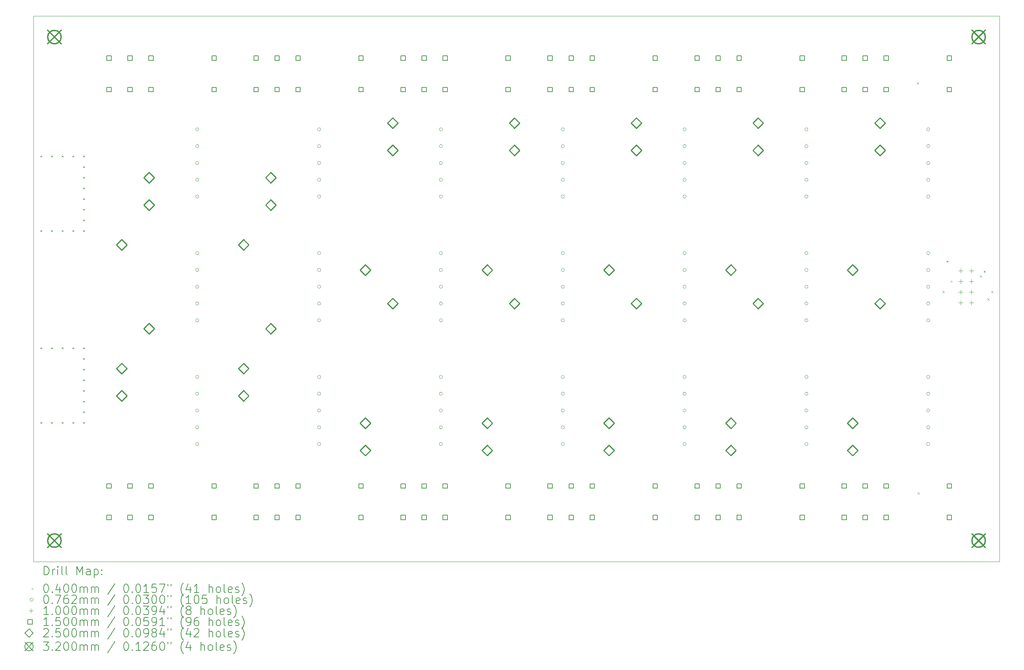
<source format=gbr>
%TF.GenerationSoftware,KiCad,Pcbnew,7.0.9-7.0.9~ubuntu20.04.1*%
%TF.CreationDate,2023-12-17T16:46:09+01:00*%
%TF.ProjectId,low_pass,6c6f775f-7061-4737-932e-6b696361645f,1.0*%
%TF.SameCoordinates,Original*%
%TF.FileFunction,Drillmap*%
%TF.FilePolarity,Positive*%
%FSLAX45Y45*%
G04 Gerber Fmt 4.5, Leading zero omitted, Abs format (unit mm)*
G04 Created by KiCad (PCBNEW 7.0.9-7.0.9~ubuntu20.04.1) date 2023-12-17 16:46:09*
%MOMM*%
%LPD*%
G01*
G04 APERTURE LIST*
%ADD10C,0.100000*%
%ADD11C,0.200000*%
%ADD12C,0.150000*%
%ADD13C,0.250000*%
%ADD14C,0.320000*%
G04 APERTURE END LIST*
D10*
X3500000Y-2500000D02*
X26500000Y-2500000D01*
X26500000Y-15500000D01*
X3500000Y-15500000D01*
X3500000Y-2500000D01*
D11*
D10*
X3663000Y-5822000D02*
X3703000Y-5862000D01*
X3703000Y-5822000D02*
X3663000Y-5862000D01*
X3663000Y-7600000D02*
X3703000Y-7640000D01*
X3703000Y-7600000D02*
X3663000Y-7640000D01*
X3663000Y-10394000D02*
X3703000Y-10434000D01*
X3703000Y-10394000D02*
X3663000Y-10434000D01*
X3663000Y-12172000D02*
X3703000Y-12212000D01*
X3703000Y-12172000D02*
X3663000Y-12212000D01*
X3917000Y-5822000D02*
X3957000Y-5862000D01*
X3957000Y-5822000D02*
X3917000Y-5862000D01*
X3917000Y-7600000D02*
X3957000Y-7640000D01*
X3957000Y-7600000D02*
X3917000Y-7640000D01*
X3917000Y-10394000D02*
X3957000Y-10434000D01*
X3957000Y-10394000D02*
X3917000Y-10434000D01*
X3917000Y-12172000D02*
X3957000Y-12212000D01*
X3957000Y-12172000D02*
X3917000Y-12212000D01*
X4171000Y-5822000D02*
X4211000Y-5862000D01*
X4211000Y-5822000D02*
X4171000Y-5862000D01*
X4171000Y-7600000D02*
X4211000Y-7640000D01*
X4211000Y-7600000D02*
X4171000Y-7640000D01*
X4171000Y-10394000D02*
X4211000Y-10434000D01*
X4211000Y-10394000D02*
X4171000Y-10434000D01*
X4171000Y-12172000D02*
X4211000Y-12212000D01*
X4211000Y-12172000D02*
X4171000Y-12212000D01*
X4425000Y-5822000D02*
X4465000Y-5862000D01*
X4465000Y-5822000D02*
X4425000Y-5862000D01*
X4425000Y-7600000D02*
X4465000Y-7640000D01*
X4465000Y-7600000D02*
X4425000Y-7640000D01*
X4425000Y-10394000D02*
X4465000Y-10434000D01*
X4465000Y-10394000D02*
X4425000Y-10434000D01*
X4425000Y-12172000D02*
X4465000Y-12212000D01*
X4465000Y-12172000D02*
X4425000Y-12212000D01*
X4679000Y-5822000D02*
X4719000Y-5862000D01*
X4719000Y-5822000D02*
X4679000Y-5862000D01*
X4679000Y-6076000D02*
X4719000Y-6116000D01*
X4719000Y-6076000D02*
X4679000Y-6116000D01*
X4679000Y-6330000D02*
X4719000Y-6370000D01*
X4719000Y-6330000D02*
X4679000Y-6370000D01*
X4679000Y-6584000D02*
X4719000Y-6624000D01*
X4719000Y-6584000D02*
X4679000Y-6624000D01*
X4679000Y-6838000D02*
X4719000Y-6878000D01*
X4719000Y-6838000D02*
X4679000Y-6878000D01*
X4679000Y-7092000D02*
X4719000Y-7132000D01*
X4719000Y-7092000D02*
X4679000Y-7132000D01*
X4679000Y-7346000D02*
X4719000Y-7386000D01*
X4719000Y-7346000D02*
X4679000Y-7386000D01*
X4679000Y-7600000D02*
X4719000Y-7640000D01*
X4719000Y-7600000D02*
X4679000Y-7640000D01*
X4679000Y-10394000D02*
X4719000Y-10434000D01*
X4719000Y-10394000D02*
X4679000Y-10434000D01*
X4679000Y-10648000D02*
X4719000Y-10688000D01*
X4719000Y-10648000D02*
X4679000Y-10688000D01*
X4679000Y-10902000D02*
X4719000Y-10942000D01*
X4719000Y-10902000D02*
X4679000Y-10942000D01*
X4679000Y-11156000D02*
X4719000Y-11196000D01*
X4719000Y-11156000D02*
X4679000Y-11196000D01*
X4679000Y-11410000D02*
X4719000Y-11450000D01*
X4719000Y-11410000D02*
X4679000Y-11450000D01*
X4679000Y-11664000D02*
X4719000Y-11704000D01*
X4719000Y-11664000D02*
X4679000Y-11704000D01*
X4679000Y-11918000D02*
X4719000Y-11958000D01*
X4719000Y-11918000D02*
X4679000Y-11958000D01*
X4679000Y-12172000D02*
X4719000Y-12212000D01*
X4719000Y-12172000D02*
X4679000Y-12212000D01*
X24530000Y-4080000D02*
X24570000Y-4120000D01*
X24570000Y-4080000D02*
X24530000Y-4120000D01*
X24550000Y-13850000D02*
X24590000Y-13890000D01*
X24590000Y-13850000D02*
X24550000Y-13890000D01*
X25144950Y-9055000D02*
X25184950Y-9095000D01*
X25184950Y-9055000D02*
X25144950Y-9095000D01*
X25234900Y-8329476D02*
X25274900Y-8369476D01*
X25274900Y-8329476D02*
X25234900Y-8369476D01*
X25333000Y-8802000D02*
X25373000Y-8842000D01*
X25373000Y-8802000D02*
X25333000Y-8842000D01*
X26029626Y-8680374D02*
X26069626Y-8720374D01*
X26069626Y-8680374D02*
X26029626Y-8720374D01*
X26119950Y-8569950D02*
X26159950Y-8609950D01*
X26159950Y-8569950D02*
X26119950Y-8609950D01*
X26209900Y-9230000D02*
X26249900Y-9270000D01*
X26249900Y-9230000D02*
X26209900Y-9270000D01*
X26299850Y-9055000D02*
X26339850Y-9095000D01*
X26339850Y-9055000D02*
X26299850Y-9095000D01*
X7438100Y-5200000D02*
G75*
G03*
X7438100Y-5200000I-38100J0D01*
G01*
X7438100Y-5600000D02*
G75*
G03*
X7438100Y-5600000I-38100J0D01*
G01*
X7438100Y-6000000D02*
G75*
G03*
X7438100Y-6000000I-38100J0D01*
G01*
X7438100Y-6400000D02*
G75*
G03*
X7438100Y-6400000I-38100J0D01*
G01*
X7438100Y-6800000D02*
G75*
G03*
X7438100Y-6800000I-38100J0D01*
G01*
X7438100Y-8150000D02*
G75*
G03*
X7438100Y-8150000I-38100J0D01*
G01*
X7438100Y-8550000D02*
G75*
G03*
X7438100Y-8550000I-38100J0D01*
G01*
X7438100Y-8950000D02*
G75*
G03*
X7438100Y-8950000I-38100J0D01*
G01*
X7438100Y-9350000D02*
G75*
G03*
X7438100Y-9350000I-38100J0D01*
G01*
X7438100Y-9750000D02*
G75*
G03*
X7438100Y-9750000I-38100J0D01*
G01*
X7438100Y-11100000D02*
G75*
G03*
X7438100Y-11100000I-38100J0D01*
G01*
X7438100Y-11500000D02*
G75*
G03*
X7438100Y-11500000I-38100J0D01*
G01*
X7438100Y-11900000D02*
G75*
G03*
X7438100Y-11900000I-38100J0D01*
G01*
X7438100Y-12300000D02*
G75*
G03*
X7438100Y-12300000I-38100J0D01*
G01*
X7438100Y-12700000D02*
G75*
G03*
X7438100Y-12700000I-38100J0D01*
G01*
X10338100Y-5200000D02*
G75*
G03*
X10338100Y-5200000I-38100J0D01*
G01*
X10338100Y-5600000D02*
G75*
G03*
X10338100Y-5600000I-38100J0D01*
G01*
X10338100Y-6000000D02*
G75*
G03*
X10338100Y-6000000I-38100J0D01*
G01*
X10338100Y-6400000D02*
G75*
G03*
X10338100Y-6400000I-38100J0D01*
G01*
X10338100Y-6800000D02*
G75*
G03*
X10338100Y-6800000I-38100J0D01*
G01*
X10338100Y-8150000D02*
G75*
G03*
X10338100Y-8150000I-38100J0D01*
G01*
X10338100Y-8550000D02*
G75*
G03*
X10338100Y-8550000I-38100J0D01*
G01*
X10338100Y-8950000D02*
G75*
G03*
X10338100Y-8950000I-38100J0D01*
G01*
X10338100Y-9350000D02*
G75*
G03*
X10338100Y-9350000I-38100J0D01*
G01*
X10338100Y-9750000D02*
G75*
G03*
X10338100Y-9750000I-38100J0D01*
G01*
X10338100Y-11100000D02*
G75*
G03*
X10338100Y-11100000I-38100J0D01*
G01*
X10338100Y-11500000D02*
G75*
G03*
X10338100Y-11500000I-38100J0D01*
G01*
X10338100Y-11900000D02*
G75*
G03*
X10338100Y-11900000I-38100J0D01*
G01*
X10338100Y-12300000D02*
G75*
G03*
X10338100Y-12300000I-38100J0D01*
G01*
X10338100Y-12700000D02*
G75*
G03*
X10338100Y-12700000I-38100J0D01*
G01*
X13238100Y-5200000D02*
G75*
G03*
X13238100Y-5200000I-38100J0D01*
G01*
X13238100Y-5600000D02*
G75*
G03*
X13238100Y-5600000I-38100J0D01*
G01*
X13238100Y-6000000D02*
G75*
G03*
X13238100Y-6000000I-38100J0D01*
G01*
X13238100Y-6400000D02*
G75*
G03*
X13238100Y-6400000I-38100J0D01*
G01*
X13238100Y-6800000D02*
G75*
G03*
X13238100Y-6800000I-38100J0D01*
G01*
X13238100Y-8150000D02*
G75*
G03*
X13238100Y-8150000I-38100J0D01*
G01*
X13238100Y-8550000D02*
G75*
G03*
X13238100Y-8550000I-38100J0D01*
G01*
X13238100Y-8950000D02*
G75*
G03*
X13238100Y-8950000I-38100J0D01*
G01*
X13238100Y-9350000D02*
G75*
G03*
X13238100Y-9350000I-38100J0D01*
G01*
X13238100Y-9750000D02*
G75*
G03*
X13238100Y-9750000I-38100J0D01*
G01*
X13238100Y-11100000D02*
G75*
G03*
X13238100Y-11100000I-38100J0D01*
G01*
X13238100Y-11500000D02*
G75*
G03*
X13238100Y-11500000I-38100J0D01*
G01*
X13238100Y-11900000D02*
G75*
G03*
X13238100Y-11900000I-38100J0D01*
G01*
X13238100Y-12300000D02*
G75*
G03*
X13238100Y-12300000I-38100J0D01*
G01*
X13238100Y-12700000D02*
G75*
G03*
X13238100Y-12700000I-38100J0D01*
G01*
X16138100Y-5200000D02*
G75*
G03*
X16138100Y-5200000I-38100J0D01*
G01*
X16138100Y-5600000D02*
G75*
G03*
X16138100Y-5600000I-38100J0D01*
G01*
X16138100Y-6000000D02*
G75*
G03*
X16138100Y-6000000I-38100J0D01*
G01*
X16138100Y-6400000D02*
G75*
G03*
X16138100Y-6400000I-38100J0D01*
G01*
X16138100Y-6800000D02*
G75*
G03*
X16138100Y-6800000I-38100J0D01*
G01*
X16138100Y-8150000D02*
G75*
G03*
X16138100Y-8150000I-38100J0D01*
G01*
X16138100Y-8550000D02*
G75*
G03*
X16138100Y-8550000I-38100J0D01*
G01*
X16138100Y-8950000D02*
G75*
G03*
X16138100Y-8950000I-38100J0D01*
G01*
X16138100Y-9350000D02*
G75*
G03*
X16138100Y-9350000I-38100J0D01*
G01*
X16138100Y-9750000D02*
G75*
G03*
X16138100Y-9750000I-38100J0D01*
G01*
X16138100Y-11100000D02*
G75*
G03*
X16138100Y-11100000I-38100J0D01*
G01*
X16138100Y-11500000D02*
G75*
G03*
X16138100Y-11500000I-38100J0D01*
G01*
X16138100Y-11900000D02*
G75*
G03*
X16138100Y-11900000I-38100J0D01*
G01*
X16138100Y-12300000D02*
G75*
G03*
X16138100Y-12300000I-38100J0D01*
G01*
X16138100Y-12700000D02*
G75*
G03*
X16138100Y-12700000I-38100J0D01*
G01*
X19038100Y-5200000D02*
G75*
G03*
X19038100Y-5200000I-38100J0D01*
G01*
X19038100Y-5600000D02*
G75*
G03*
X19038100Y-5600000I-38100J0D01*
G01*
X19038100Y-6000000D02*
G75*
G03*
X19038100Y-6000000I-38100J0D01*
G01*
X19038100Y-6400000D02*
G75*
G03*
X19038100Y-6400000I-38100J0D01*
G01*
X19038100Y-6800000D02*
G75*
G03*
X19038100Y-6800000I-38100J0D01*
G01*
X19038100Y-8150000D02*
G75*
G03*
X19038100Y-8150000I-38100J0D01*
G01*
X19038100Y-8550000D02*
G75*
G03*
X19038100Y-8550000I-38100J0D01*
G01*
X19038100Y-8950000D02*
G75*
G03*
X19038100Y-8950000I-38100J0D01*
G01*
X19038100Y-9350000D02*
G75*
G03*
X19038100Y-9350000I-38100J0D01*
G01*
X19038100Y-9750000D02*
G75*
G03*
X19038100Y-9750000I-38100J0D01*
G01*
X19038100Y-11100000D02*
G75*
G03*
X19038100Y-11100000I-38100J0D01*
G01*
X19038100Y-11500000D02*
G75*
G03*
X19038100Y-11500000I-38100J0D01*
G01*
X19038100Y-11900000D02*
G75*
G03*
X19038100Y-11900000I-38100J0D01*
G01*
X19038100Y-12300000D02*
G75*
G03*
X19038100Y-12300000I-38100J0D01*
G01*
X19038100Y-12700000D02*
G75*
G03*
X19038100Y-12700000I-38100J0D01*
G01*
X21938100Y-5200000D02*
G75*
G03*
X21938100Y-5200000I-38100J0D01*
G01*
X21938100Y-5600000D02*
G75*
G03*
X21938100Y-5600000I-38100J0D01*
G01*
X21938100Y-6000000D02*
G75*
G03*
X21938100Y-6000000I-38100J0D01*
G01*
X21938100Y-6400000D02*
G75*
G03*
X21938100Y-6400000I-38100J0D01*
G01*
X21938100Y-6800000D02*
G75*
G03*
X21938100Y-6800000I-38100J0D01*
G01*
X21938100Y-8150000D02*
G75*
G03*
X21938100Y-8150000I-38100J0D01*
G01*
X21938100Y-8550000D02*
G75*
G03*
X21938100Y-8550000I-38100J0D01*
G01*
X21938100Y-8950000D02*
G75*
G03*
X21938100Y-8950000I-38100J0D01*
G01*
X21938100Y-9350000D02*
G75*
G03*
X21938100Y-9350000I-38100J0D01*
G01*
X21938100Y-9750000D02*
G75*
G03*
X21938100Y-9750000I-38100J0D01*
G01*
X21938100Y-11100000D02*
G75*
G03*
X21938100Y-11100000I-38100J0D01*
G01*
X21938100Y-11500000D02*
G75*
G03*
X21938100Y-11500000I-38100J0D01*
G01*
X21938100Y-11900000D02*
G75*
G03*
X21938100Y-11900000I-38100J0D01*
G01*
X21938100Y-12300000D02*
G75*
G03*
X21938100Y-12300000I-38100J0D01*
G01*
X21938100Y-12700000D02*
G75*
G03*
X21938100Y-12700000I-38100J0D01*
G01*
X24838100Y-5200000D02*
G75*
G03*
X24838100Y-5200000I-38100J0D01*
G01*
X24838100Y-5600000D02*
G75*
G03*
X24838100Y-5600000I-38100J0D01*
G01*
X24838100Y-6000000D02*
G75*
G03*
X24838100Y-6000000I-38100J0D01*
G01*
X24838100Y-6400000D02*
G75*
G03*
X24838100Y-6400000I-38100J0D01*
G01*
X24838100Y-6800000D02*
G75*
G03*
X24838100Y-6800000I-38100J0D01*
G01*
X24838100Y-8150000D02*
G75*
G03*
X24838100Y-8150000I-38100J0D01*
G01*
X24838100Y-8550000D02*
G75*
G03*
X24838100Y-8550000I-38100J0D01*
G01*
X24838100Y-8950000D02*
G75*
G03*
X24838100Y-8950000I-38100J0D01*
G01*
X24838100Y-9350000D02*
G75*
G03*
X24838100Y-9350000I-38100J0D01*
G01*
X24838100Y-9750000D02*
G75*
G03*
X24838100Y-9750000I-38100J0D01*
G01*
X24838100Y-11100000D02*
G75*
G03*
X24838100Y-11100000I-38100J0D01*
G01*
X24838100Y-11500000D02*
G75*
G03*
X24838100Y-11500000I-38100J0D01*
G01*
X24838100Y-11900000D02*
G75*
G03*
X24838100Y-11900000I-38100J0D01*
G01*
X24838100Y-12300000D02*
G75*
G03*
X24838100Y-12300000I-38100J0D01*
G01*
X24838100Y-12700000D02*
G75*
G03*
X24838100Y-12700000I-38100J0D01*
G01*
X25573500Y-8518000D02*
X25573500Y-8618000D01*
X25523500Y-8568000D02*
X25623500Y-8568000D01*
X25573500Y-8772000D02*
X25573500Y-8872000D01*
X25523500Y-8822000D02*
X25623500Y-8822000D01*
X25573500Y-9026000D02*
X25573500Y-9126000D01*
X25523500Y-9076000D02*
X25623500Y-9076000D01*
X25573500Y-9280000D02*
X25573500Y-9380000D01*
X25523500Y-9330000D02*
X25623500Y-9330000D01*
X25827500Y-8518000D02*
X25827500Y-8618000D01*
X25777500Y-8568000D02*
X25877500Y-8568000D01*
X25827500Y-8772000D02*
X25827500Y-8872000D01*
X25777500Y-8822000D02*
X25877500Y-8822000D01*
X25827500Y-9026000D02*
X25827500Y-9126000D01*
X25777500Y-9076000D02*
X25877500Y-9076000D01*
X25827500Y-9280000D02*
X25827500Y-9380000D01*
X25777500Y-9330000D02*
X25877500Y-9330000D01*
D12*
X5353034Y-3553033D02*
X5353034Y-3446966D01*
X5246967Y-3446966D01*
X5246967Y-3553033D01*
X5353034Y-3553033D01*
X5353034Y-4303034D02*
X5353034Y-4196967D01*
X5246967Y-4196967D01*
X5246967Y-4303034D01*
X5353034Y-4303034D01*
X5353034Y-13753033D02*
X5353034Y-13646966D01*
X5246967Y-13646966D01*
X5246967Y-13753033D01*
X5353034Y-13753033D01*
X5353034Y-14503033D02*
X5353034Y-14396966D01*
X5246967Y-14396966D01*
X5246967Y-14503033D01*
X5353034Y-14503033D01*
X5853033Y-3553033D02*
X5853033Y-3446966D01*
X5746966Y-3446966D01*
X5746966Y-3553033D01*
X5853033Y-3553033D01*
X5853033Y-4303034D02*
X5853033Y-4196967D01*
X5746966Y-4196967D01*
X5746966Y-4303034D01*
X5853033Y-4303034D01*
X5853033Y-13753033D02*
X5853033Y-13646966D01*
X5746966Y-13646966D01*
X5746966Y-13753033D01*
X5853033Y-13753033D01*
X5853033Y-14503033D02*
X5853033Y-14396966D01*
X5746966Y-14396966D01*
X5746966Y-14503033D01*
X5853033Y-14503033D01*
X6353033Y-3553033D02*
X6353033Y-3446966D01*
X6246966Y-3446966D01*
X6246966Y-3553033D01*
X6353033Y-3553033D01*
X6353033Y-4303034D02*
X6353033Y-4196967D01*
X6246966Y-4196967D01*
X6246966Y-4303034D01*
X6353033Y-4303034D01*
X6353033Y-13753033D02*
X6353033Y-13646966D01*
X6246966Y-13646966D01*
X6246966Y-13753033D01*
X6353033Y-13753033D01*
X6353033Y-14503033D02*
X6353033Y-14396966D01*
X6246966Y-14396966D01*
X6246966Y-14503033D01*
X6353033Y-14503033D01*
X7853033Y-3553033D02*
X7853033Y-3446966D01*
X7746966Y-3446966D01*
X7746966Y-3553033D01*
X7853033Y-3553033D01*
X7853033Y-4303034D02*
X7853033Y-4196967D01*
X7746966Y-4196967D01*
X7746966Y-4303034D01*
X7853033Y-4303034D01*
X7853033Y-13753033D02*
X7853033Y-13646966D01*
X7746966Y-13646966D01*
X7746966Y-13753033D01*
X7853033Y-13753033D01*
X7853033Y-14503033D02*
X7853033Y-14396966D01*
X7746966Y-14396966D01*
X7746966Y-14503033D01*
X7853033Y-14503033D01*
X8853034Y-3553033D02*
X8853034Y-3446966D01*
X8746967Y-3446966D01*
X8746967Y-3553033D01*
X8853034Y-3553033D01*
X8853034Y-4303034D02*
X8853034Y-4196967D01*
X8746967Y-4196967D01*
X8746967Y-4303034D01*
X8853034Y-4303034D01*
X8853034Y-13753033D02*
X8853034Y-13646966D01*
X8746967Y-13646966D01*
X8746967Y-13753033D01*
X8853034Y-13753033D01*
X8853034Y-14503033D02*
X8853034Y-14396966D01*
X8746967Y-14396966D01*
X8746967Y-14503033D01*
X8853034Y-14503033D01*
X9353034Y-3553033D02*
X9353034Y-3446966D01*
X9246967Y-3446966D01*
X9246967Y-3553033D01*
X9353034Y-3553033D01*
X9353034Y-4303034D02*
X9353034Y-4196967D01*
X9246967Y-4196967D01*
X9246967Y-4303034D01*
X9353034Y-4303034D01*
X9353034Y-13753033D02*
X9353034Y-13646966D01*
X9246967Y-13646966D01*
X9246967Y-13753033D01*
X9353034Y-13753033D01*
X9353034Y-14503033D02*
X9353034Y-14396966D01*
X9246967Y-14396966D01*
X9246967Y-14503033D01*
X9353034Y-14503033D01*
X9853034Y-3553033D02*
X9853034Y-3446966D01*
X9746967Y-3446966D01*
X9746967Y-3553033D01*
X9853034Y-3553033D01*
X9853034Y-4303034D02*
X9853034Y-4196967D01*
X9746967Y-4196967D01*
X9746967Y-4303034D01*
X9853034Y-4303034D01*
X9853034Y-13753033D02*
X9853034Y-13646966D01*
X9746967Y-13646966D01*
X9746967Y-13753033D01*
X9853034Y-13753033D01*
X9853034Y-14503033D02*
X9853034Y-14396966D01*
X9746967Y-14396966D01*
X9746967Y-14503033D01*
X9853034Y-14503033D01*
X11353033Y-3553033D02*
X11353033Y-3446966D01*
X11246966Y-3446966D01*
X11246966Y-3553033D01*
X11353033Y-3553033D01*
X11353033Y-4303034D02*
X11353033Y-4196967D01*
X11246966Y-4196967D01*
X11246966Y-4303034D01*
X11353033Y-4303034D01*
X11353033Y-13753033D02*
X11353033Y-13646966D01*
X11246966Y-13646966D01*
X11246966Y-13753033D01*
X11353033Y-13753033D01*
X11353033Y-14503033D02*
X11353033Y-14396966D01*
X11246966Y-14396966D01*
X11246966Y-14503033D01*
X11353033Y-14503033D01*
X12353033Y-3553033D02*
X12353033Y-3446966D01*
X12246966Y-3446966D01*
X12246966Y-3553033D01*
X12353033Y-3553033D01*
X12353033Y-4303034D02*
X12353033Y-4196967D01*
X12246966Y-4196967D01*
X12246966Y-4303034D01*
X12353033Y-4303034D01*
X12353033Y-13753033D02*
X12353033Y-13646966D01*
X12246966Y-13646966D01*
X12246966Y-13753033D01*
X12353033Y-13753033D01*
X12353033Y-14503033D02*
X12353033Y-14396966D01*
X12246966Y-14396966D01*
X12246966Y-14503033D01*
X12353033Y-14503033D01*
X12853033Y-3553033D02*
X12853033Y-3446966D01*
X12746966Y-3446966D01*
X12746966Y-3553033D01*
X12853033Y-3553033D01*
X12853033Y-4303034D02*
X12853033Y-4196967D01*
X12746966Y-4196967D01*
X12746966Y-4303034D01*
X12853033Y-4303034D01*
X12853033Y-13753033D02*
X12853033Y-13646966D01*
X12746966Y-13646966D01*
X12746966Y-13753033D01*
X12853033Y-13753033D01*
X12853033Y-14503033D02*
X12853033Y-14396966D01*
X12746966Y-14396966D01*
X12746966Y-14503033D01*
X12853033Y-14503033D01*
X13353033Y-3553033D02*
X13353033Y-3446966D01*
X13246966Y-3446966D01*
X13246966Y-3553033D01*
X13353033Y-3553033D01*
X13353033Y-4303034D02*
X13353033Y-4196967D01*
X13246966Y-4196967D01*
X13246966Y-4303034D01*
X13353033Y-4303034D01*
X13353033Y-13753033D02*
X13353033Y-13646966D01*
X13246966Y-13646966D01*
X13246966Y-13753033D01*
X13353033Y-13753033D01*
X13353033Y-14503033D02*
X13353033Y-14396966D01*
X13246966Y-14396966D01*
X13246966Y-14503033D01*
X13353033Y-14503033D01*
X14853033Y-3553033D02*
X14853033Y-3446966D01*
X14746966Y-3446966D01*
X14746966Y-3553033D01*
X14853033Y-3553033D01*
X14853033Y-4303034D02*
X14853033Y-4196967D01*
X14746966Y-4196967D01*
X14746966Y-4303034D01*
X14853033Y-4303034D01*
X14853033Y-13753033D02*
X14853033Y-13646966D01*
X14746966Y-13646966D01*
X14746966Y-13753033D01*
X14853033Y-13753033D01*
X14853033Y-14503033D02*
X14853033Y-14396966D01*
X14746966Y-14396966D01*
X14746966Y-14503033D01*
X14853033Y-14503033D01*
X15853033Y-3553033D02*
X15853033Y-3446966D01*
X15746966Y-3446966D01*
X15746966Y-3553033D01*
X15853033Y-3553033D01*
X15853033Y-4303034D02*
X15853033Y-4196967D01*
X15746966Y-4196967D01*
X15746966Y-4303034D01*
X15853033Y-4303034D01*
X15853033Y-13753033D02*
X15853033Y-13646966D01*
X15746966Y-13646966D01*
X15746966Y-13753033D01*
X15853033Y-13753033D01*
X15853033Y-14503033D02*
X15853033Y-14396966D01*
X15746966Y-14396966D01*
X15746966Y-14503033D01*
X15853033Y-14503033D01*
X16353033Y-3553033D02*
X16353033Y-3446966D01*
X16246966Y-3446966D01*
X16246966Y-3553033D01*
X16353033Y-3553033D01*
X16353033Y-4303034D02*
X16353033Y-4196967D01*
X16246966Y-4196967D01*
X16246966Y-4303034D01*
X16353033Y-4303034D01*
X16353033Y-13753033D02*
X16353033Y-13646966D01*
X16246966Y-13646966D01*
X16246966Y-13753033D01*
X16353033Y-13753033D01*
X16353033Y-14503033D02*
X16353033Y-14396966D01*
X16246966Y-14396966D01*
X16246966Y-14503033D01*
X16353033Y-14503033D01*
X16853034Y-3553033D02*
X16853034Y-3446966D01*
X16746966Y-3446966D01*
X16746966Y-3553033D01*
X16853034Y-3553033D01*
X16853034Y-4303034D02*
X16853034Y-4196967D01*
X16746966Y-4196967D01*
X16746966Y-4303034D01*
X16853034Y-4303034D01*
X16853034Y-13753033D02*
X16853034Y-13646966D01*
X16746966Y-13646966D01*
X16746966Y-13753033D01*
X16853034Y-13753033D01*
X16853034Y-14503033D02*
X16853034Y-14396966D01*
X16746966Y-14396966D01*
X16746966Y-14503033D01*
X16853034Y-14503033D01*
X18353034Y-3553033D02*
X18353034Y-3446966D01*
X18246967Y-3446966D01*
X18246967Y-3553033D01*
X18353034Y-3553033D01*
X18353034Y-4303034D02*
X18353034Y-4196967D01*
X18246967Y-4196967D01*
X18246967Y-4303034D01*
X18353034Y-4303034D01*
X18353034Y-13753033D02*
X18353034Y-13646966D01*
X18246967Y-13646966D01*
X18246967Y-13753033D01*
X18353034Y-13753033D01*
X18353034Y-14503033D02*
X18353034Y-14396966D01*
X18246967Y-14396966D01*
X18246967Y-14503033D01*
X18353034Y-14503033D01*
X19353034Y-3553033D02*
X19353034Y-3446966D01*
X19246967Y-3446966D01*
X19246967Y-3553033D01*
X19353034Y-3553033D01*
X19353034Y-4303034D02*
X19353034Y-4196967D01*
X19246967Y-4196967D01*
X19246967Y-4303034D01*
X19353034Y-4303034D01*
X19353034Y-13753033D02*
X19353034Y-13646966D01*
X19246967Y-13646966D01*
X19246967Y-13753033D01*
X19353034Y-13753033D01*
X19353034Y-14503033D02*
X19353034Y-14396966D01*
X19246967Y-14396966D01*
X19246967Y-14503033D01*
X19353034Y-14503033D01*
X19853034Y-3553033D02*
X19853034Y-3446966D01*
X19746967Y-3446966D01*
X19746967Y-3553033D01*
X19853034Y-3553033D01*
X19853034Y-4303034D02*
X19853034Y-4196967D01*
X19746967Y-4196967D01*
X19746967Y-4303034D01*
X19853034Y-4303034D01*
X19853034Y-13753033D02*
X19853034Y-13646966D01*
X19746967Y-13646966D01*
X19746967Y-13753033D01*
X19853034Y-13753033D01*
X19853034Y-14503033D02*
X19853034Y-14396966D01*
X19746967Y-14396966D01*
X19746967Y-14503033D01*
X19853034Y-14503033D01*
X20353034Y-3553033D02*
X20353034Y-3446966D01*
X20246967Y-3446966D01*
X20246967Y-3553033D01*
X20353034Y-3553033D01*
X20353034Y-4303034D02*
X20353034Y-4196967D01*
X20246967Y-4196967D01*
X20246967Y-4303034D01*
X20353034Y-4303034D01*
X20353034Y-13753033D02*
X20353034Y-13646966D01*
X20246967Y-13646966D01*
X20246967Y-13753033D01*
X20353034Y-13753033D01*
X20353034Y-14503033D02*
X20353034Y-14396966D01*
X20246967Y-14396966D01*
X20246967Y-14503033D01*
X20353034Y-14503033D01*
X21853034Y-3553033D02*
X21853034Y-3446966D01*
X21746967Y-3446966D01*
X21746967Y-3553033D01*
X21853034Y-3553033D01*
X21853034Y-4303034D02*
X21853034Y-4196967D01*
X21746967Y-4196967D01*
X21746967Y-4303034D01*
X21853034Y-4303034D01*
X21853034Y-13753033D02*
X21853034Y-13646966D01*
X21746967Y-13646966D01*
X21746967Y-13753033D01*
X21853034Y-13753033D01*
X21853034Y-14503033D02*
X21853034Y-14396966D01*
X21746967Y-14396966D01*
X21746967Y-14503033D01*
X21853034Y-14503033D01*
X22853033Y-3553033D02*
X22853033Y-3446966D01*
X22746966Y-3446966D01*
X22746966Y-3553033D01*
X22853033Y-3553033D01*
X22853033Y-4303034D02*
X22853033Y-4196967D01*
X22746966Y-4196967D01*
X22746966Y-4303034D01*
X22853033Y-4303034D01*
X22853033Y-13753033D02*
X22853033Y-13646966D01*
X22746966Y-13646966D01*
X22746966Y-13753033D01*
X22853033Y-13753033D01*
X22853033Y-14503033D02*
X22853033Y-14396966D01*
X22746966Y-14396966D01*
X22746966Y-14503033D01*
X22853033Y-14503033D01*
X23353033Y-3553033D02*
X23353033Y-3446966D01*
X23246966Y-3446966D01*
X23246966Y-3553033D01*
X23353033Y-3553033D01*
X23353033Y-4303034D02*
X23353033Y-4196967D01*
X23246966Y-4196967D01*
X23246966Y-4303034D01*
X23353033Y-4303034D01*
X23353033Y-13753033D02*
X23353033Y-13646966D01*
X23246966Y-13646966D01*
X23246966Y-13753033D01*
X23353033Y-13753033D01*
X23353033Y-14503033D02*
X23353033Y-14396966D01*
X23246966Y-14396966D01*
X23246966Y-14503033D01*
X23353033Y-14503033D01*
X23853033Y-3553033D02*
X23853033Y-3446966D01*
X23746966Y-3446966D01*
X23746966Y-3553033D01*
X23853033Y-3553033D01*
X23853033Y-4303034D02*
X23853033Y-4196967D01*
X23746966Y-4196967D01*
X23746966Y-4303034D01*
X23853033Y-4303034D01*
X23853033Y-13753033D02*
X23853033Y-13646966D01*
X23746966Y-13646966D01*
X23746966Y-13753033D01*
X23853033Y-13753033D01*
X23853033Y-14503033D02*
X23853033Y-14396966D01*
X23746966Y-14396966D01*
X23746966Y-14503033D01*
X23853033Y-14503033D01*
X25353033Y-3553033D02*
X25353033Y-3446966D01*
X25246966Y-3446966D01*
X25246966Y-3553033D01*
X25353033Y-3553033D01*
X25353033Y-4303034D02*
X25353033Y-4196967D01*
X25246966Y-4196967D01*
X25246966Y-4303034D01*
X25353033Y-4303034D01*
X25353033Y-13753033D02*
X25353033Y-13646966D01*
X25246966Y-13646966D01*
X25246966Y-13753033D01*
X25353033Y-13753033D01*
X25353033Y-14503033D02*
X25353033Y-14396966D01*
X25246966Y-14396966D01*
X25246966Y-14503033D01*
X25353033Y-14503033D01*
D13*
X5600000Y-8075000D02*
X5725000Y-7950000D01*
X5600000Y-7825000D01*
X5475000Y-7950000D01*
X5600000Y-8075000D01*
X5600000Y-11025000D02*
X5725000Y-10900000D01*
X5600000Y-10775000D01*
X5475000Y-10900000D01*
X5600000Y-11025000D01*
X5600000Y-11675000D02*
X5725000Y-11550000D01*
X5600000Y-11425000D01*
X5475000Y-11550000D01*
X5600000Y-11675000D01*
X6250000Y-6475000D02*
X6375000Y-6350000D01*
X6250000Y-6225000D01*
X6125000Y-6350000D01*
X6250000Y-6475000D01*
X6250000Y-7125000D02*
X6375000Y-7000000D01*
X6250000Y-6875000D01*
X6125000Y-7000000D01*
X6250000Y-7125000D01*
X6250000Y-10075000D02*
X6375000Y-9950000D01*
X6250000Y-9825000D01*
X6125000Y-9950000D01*
X6250000Y-10075000D01*
X8500000Y-8075000D02*
X8625000Y-7950000D01*
X8500000Y-7825000D01*
X8375000Y-7950000D01*
X8500000Y-8075000D01*
X8500000Y-11025000D02*
X8625000Y-10900000D01*
X8500000Y-10775000D01*
X8375000Y-10900000D01*
X8500000Y-11025000D01*
X8500000Y-11675000D02*
X8625000Y-11550000D01*
X8500000Y-11425000D01*
X8375000Y-11550000D01*
X8500000Y-11675000D01*
X9150000Y-6475000D02*
X9275000Y-6350000D01*
X9150000Y-6225000D01*
X9025000Y-6350000D01*
X9150000Y-6475000D01*
X9150000Y-7125000D02*
X9275000Y-7000000D01*
X9150000Y-6875000D01*
X9025000Y-7000000D01*
X9150000Y-7125000D01*
X9150000Y-10075000D02*
X9275000Y-9950000D01*
X9150000Y-9825000D01*
X9025000Y-9950000D01*
X9150000Y-10075000D01*
X11400000Y-8675000D02*
X11525000Y-8550000D01*
X11400000Y-8425000D01*
X11275000Y-8550000D01*
X11400000Y-8675000D01*
X11400000Y-12325000D02*
X11525000Y-12200000D01*
X11400000Y-12075000D01*
X11275000Y-12200000D01*
X11400000Y-12325000D01*
X11400000Y-12975000D02*
X11525000Y-12850000D01*
X11400000Y-12725000D01*
X11275000Y-12850000D01*
X11400000Y-12975000D01*
X12050000Y-5175000D02*
X12175000Y-5050000D01*
X12050000Y-4925000D01*
X11925000Y-5050000D01*
X12050000Y-5175000D01*
X12050000Y-5825000D02*
X12175000Y-5700000D01*
X12050000Y-5575000D01*
X11925000Y-5700000D01*
X12050000Y-5825000D01*
X12050000Y-9475000D02*
X12175000Y-9350000D01*
X12050000Y-9225000D01*
X11925000Y-9350000D01*
X12050000Y-9475000D01*
X14300000Y-8675000D02*
X14425000Y-8550000D01*
X14300000Y-8425000D01*
X14175000Y-8550000D01*
X14300000Y-8675000D01*
X14300000Y-12325000D02*
X14425000Y-12200000D01*
X14300000Y-12075000D01*
X14175000Y-12200000D01*
X14300000Y-12325000D01*
X14300000Y-12975000D02*
X14425000Y-12850000D01*
X14300000Y-12725000D01*
X14175000Y-12850000D01*
X14300000Y-12975000D01*
X14950000Y-5175000D02*
X15075000Y-5050000D01*
X14950000Y-4925000D01*
X14825000Y-5050000D01*
X14950000Y-5175000D01*
X14950000Y-5825000D02*
X15075000Y-5700000D01*
X14950000Y-5575000D01*
X14825000Y-5700000D01*
X14950000Y-5825000D01*
X14950000Y-9475000D02*
X15075000Y-9350000D01*
X14950000Y-9225000D01*
X14825000Y-9350000D01*
X14950000Y-9475000D01*
X17200000Y-8675000D02*
X17325000Y-8550000D01*
X17200000Y-8425000D01*
X17075000Y-8550000D01*
X17200000Y-8675000D01*
X17200000Y-12325000D02*
X17325000Y-12200000D01*
X17200000Y-12075000D01*
X17075000Y-12200000D01*
X17200000Y-12325000D01*
X17200000Y-12975000D02*
X17325000Y-12850000D01*
X17200000Y-12725000D01*
X17075000Y-12850000D01*
X17200000Y-12975000D01*
X17850000Y-5175000D02*
X17975000Y-5050000D01*
X17850000Y-4925000D01*
X17725000Y-5050000D01*
X17850000Y-5175000D01*
X17850000Y-5825000D02*
X17975000Y-5700000D01*
X17850000Y-5575000D01*
X17725000Y-5700000D01*
X17850000Y-5825000D01*
X17850000Y-9475000D02*
X17975000Y-9350000D01*
X17850000Y-9225000D01*
X17725000Y-9350000D01*
X17850000Y-9475000D01*
X20100000Y-8675000D02*
X20225000Y-8550000D01*
X20100000Y-8425000D01*
X19975000Y-8550000D01*
X20100000Y-8675000D01*
X20100000Y-12325000D02*
X20225000Y-12200000D01*
X20100000Y-12075000D01*
X19975000Y-12200000D01*
X20100000Y-12325000D01*
X20100000Y-12975000D02*
X20225000Y-12850000D01*
X20100000Y-12725000D01*
X19975000Y-12850000D01*
X20100000Y-12975000D01*
X20750000Y-5175000D02*
X20875000Y-5050000D01*
X20750000Y-4925000D01*
X20625000Y-5050000D01*
X20750000Y-5175000D01*
X20750000Y-5825000D02*
X20875000Y-5700000D01*
X20750000Y-5575000D01*
X20625000Y-5700000D01*
X20750000Y-5825000D01*
X20750000Y-9475000D02*
X20875000Y-9350000D01*
X20750000Y-9225000D01*
X20625000Y-9350000D01*
X20750000Y-9475000D01*
X23000000Y-8675000D02*
X23125000Y-8550000D01*
X23000000Y-8425000D01*
X22875000Y-8550000D01*
X23000000Y-8675000D01*
X23000000Y-12325000D02*
X23125000Y-12200000D01*
X23000000Y-12075000D01*
X22875000Y-12200000D01*
X23000000Y-12325000D01*
X23000000Y-12975000D02*
X23125000Y-12850000D01*
X23000000Y-12725000D01*
X22875000Y-12850000D01*
X23000000Y-12975000D01*
X23650000Y-5175000D02*
X23775000Y-5050000D01*
X23650000Y-4925000D01*
X23525000Y-5050000D01*
X23650000Y-5175000D01*
X23650000Y-5825000D02*
X23775000Y-5700000D01*
X23650000Y-5575000D01*
X23525000Y-5700000D01*
X23650000Y-5825000D01*
X23650000Y-9475000D02*
X23775000Y-9350000D01*
X23650000Y-9225000D01*
X23525000Y-9350000D01*
X23650000Y-9475000D01*
D14*
X3840000Y-2840000D02*
X4160000Y-3160000D01*
X4160000Y-2840000D02*
X3840000Y-3160000D01*
X4160000Y-3000000D02*
G75*
G03*
X4160000Y-3000000I-160000J0D01*
G01*
X3840000Y-14840000D02*
X4160000Y-15160000D01*
X4160000Y-14840000D02*
X3840000Y-15160000D01*
X4160000Y-15000000D02*
G75*
G03*
X4160000Y-15000000I-160000J0D01*
G01*
X25840000Y-2840000D02*
X26160000Y-3160000D01*
X26160000Y-2840000D02*
X25840000Y-3160000D01*
X26160000Y-3000000D02*
G75*
G03*
X26160000Y-3000000I-160000J0D01*
G01*
X25840000Y-14840000D02*
X26160000Y-15160000D01*
X26160000Y-14840000D02*
X25840000Y-15160000D01*
X26160000Y-15000000D02*
G75*
G03*
X26160000Y-15000000I-160000J0D01*
G01*
D11*
X3755777Y-15816484D02*
X3755777Y-15616484D01*
X3755777Y-15616484D02*
X3803396Y-15616484D01*
X3803396Y-15616484D02*
X3831967Y-15626008D01*
X3831967Y-15626008D02*
X3851015Y-15645055D01*
X3851015Y-15645055D02*
X3860539Y-15664103D01*
X3860539Y-15664103D02*
X3870062Y-15702198D01*
X3870062Y-15702198D02*
X3870062Y-15730769D01*
X3870062Y-15730769D02*
X3860539Y-15768865D01*
X3860539Y-15768865D02*
X3851015Y-15787912D01*
X3851015Y-15787912D02*
X3831967Y-15806960D01*
X3831967Y-15806960D02*
X3803396Y-15816484D01*
X3803396Y-15816484D02*
X3755777Y-15816484D01*
X3955777Y-15816484D02*
X3955777Y-15683150D01*
X3955777Y-15721246D02*
X3965301Y-15702198D01*
X3965301Y-15702198D02*
X3974824Y-15692674D01*
X3974824Y-15692674D02*
X3993872Y-15683150D01*
X3993872Y-15683150D02*
X4012920Y-15683150D01*
X4079586Y-15816484D02*
X4079586Y-15683150D01*
X4079586Y-15616484D02*
X4070062Y-15626008D01*
X4070062Y-15626008D02*
X4079586Y-15635531D01*
X4079586Y-15635531D02*
X4089110Y-15626008D01*
X4089110Y-15626008D02*
X4079586Y-15616484D01*
X4079586Y-15616484D02*
X4079586Y-15635531D01*
X4203396Y-15816484D02*
X4184348Y-15806960D01*
X4184348Y-15806960D02*
X4174824Y-15787912D01*
X4174824Y-15787912D02*
X4174824Y-15616484D01*
X4308158Y-15816484D02*
X4289110Y-15806960D01*
X4289110Y-15806960D02*
X4279586Y-15787912D01*
X4279586Y-15787912D02*
X4279586Y-15616484D01*
X4536729Y-15816484D02*
X4536729Y-15616484D01*
X4536729Y-15616484D02*
X4603396Y-15759341D01*
X4603396Y-15759341D02*
X4670063Y-15616484D01*
X4670063Y-15616484D02*
X4670063Y-15816484D01*
X4851015Y-15816484D02*
X4851015Y-15711722D01*
X4851015Y-15711722D02*
X4841491Y-15692674D01*
X4841491Y-15692674D02*
X4822444Y-15683150D01*
X4822444Y-15683150D02*
X4784348Y-15683150D01*
X4784348Y-15683150D02*
X4765301Y-15692674D01*
X4851015Y-15806960D02*
X4831967Y-15816484D01*
X4831967Y-15816484D02*
X4784348Y-15816484D01*
X4784348Y-15816484D02*
X4765301Y-15806960D01*
X4765301Y-15806960D02*
X4755777Y-15787912D01*
X4755777Y-15787912D02*
X4755777Y-15768865D01*
X4755777Y-15768865D02*
X4765301Y-15749817D01*
X4765301Y-15749817D02*
X4784348Y-15740293D01*
X4784348Y-15740293D02*
X4831967Y-15740293D01*
X4831967Y-15740293D02*
X4851015Y-15730769D01*
X4946253Y-15683150D02*
X4946253Y-15883150D01*
X4946253Y-15692674D02*
X4965301Y-15683150D01*
X4965301Y-15683150D02*
X5003396Y-15683150D01*
X5003396Y-15683150D02*
X5022444Y-15692674D01*
X5022444Y-15692674D02*
X5031967Y-15702198D01*
X5031967Y-15702198D02*
X5041491Y-15721246D01*
X5041491Y-15721246D02*
X5041491Y-15778388D01*
X5041491Y-15778388D02*
X5031967Y-15797436D01*
X5031967Y-15797436D02*
X5022444Y-15806960D01*
X5022444Y-15806960D02*
X5003396Y-15816484D01*
X5003396Y-15816484D02*
X4965301Y-15816484D01*
X4965301Y-15816484D02*
X4946253Y-15806960D01*
X5127205Y-15797436D02*
X5136729Y-15806960D01*
X5136729Y-15806960D02*
X5127205Y-15816484D01*
X5127205Y-15816484D02*
X5117682Y-15806960D01*
X5117682Y-15806960D02*
X5127205Y-15797436D01*
X5127205Y-15797436D02*
X5127205Y-15816484D01*
X5127205Y-15692674D02*
X5136729Y-15702198D01*
X5136729Y-15702198D02*
X5127205Y-15711722D01*
X5127205Y-15711722D02*
X5117682Y-15702198D01*
X5117682Y-15702198D02*
X5127205Y-15692674D01*
X5127205Y-15692674D02*
X5127205Y-15711722D01*
D10*
X3455000Y-16125000D02*
X3495000Y-16165000D01*
X3495000Y-16125000D02*
X3455000Y-16165000D01*
D11*
X3793872Y-16036484D02*
X3812920Y-16036484D01*
X3812920Y-16036484D02*
X3831967Y-16046008D01*
X3831967Y-16046008D02*
X3841491Y-16055531D01*
X3841491Y-16055531D02*
X3851015Y-16074579D01*
X3851015Y-16074579D02*
X3860539Y-16112674D01*
X3860539Y-16112674D02*
X3860539Y-16160293D01*
X3860539Y-16160293D02*
X3851015Y-16198388D01*
X3851015Y-16198388D02*
X3841491Y-16217436D01*
X3841491Y-16217436D02*
X3831967Y-16226960D01*
X3831967Y-16226960D02*
X3812920Y-16236484D01*
X3812920Y-16236484D02*
X3793872Y-16236484D01*
X3793872Y-16236484D02*
X3774824Y-16226960D01*
X3774824Y-16226960D02*
X3765301Y-16217436D01*
X3765301Y-16217436D02*
X3755777Y-16198388D01*
X3755777Y-16198388D02*
X3746253Y-16160293D01*
X3746253Y-16160293D02*
X3746253Y-16112674D01*
X3746253Y-16112674D02*
X3755777Y-16074579D01*
X3755777Y-16074579D02*
X3765301Y-16055531D01*
X3765301Y-16055531D02*
X3774824Y-16046008D01*
X3774824Y-16046008D02*
X3793872Y-16036484D01*
X3946253Y-16217436D02*
X3955777Y-16226960D01*
X3955777Y-16226960D02*
X3946253Y-16236484D01*
X3946253Y-16236484D02*
X3936729Y-16226960D01*
X3936729Y-16226960D02*
X3946253Y-16217436D01*
X3946253Y-16217436D02*
X3946253Y-16236484D01*
X4127205Y-16103150D02*
X4127205Y-16236484D01*
X4079586Y-16026960D02*
X4031967Y-16169817D01*
X4031967Y-16169817D02*
X4155777Y-16169817D01*
X4270063Y-16036484D02*
X4289110Y-16036484D01*
X4289110Y-16036484D02*
X4308158Y-16046008D01*
X4308158Y-16046008D02*
X4317682Y-16055531D01*
X4317682Y-16055531D02*
X4327205Y-16074579D01*
X4327205Y-16074579D02*
X4336729Y-16112674D01*
X4336729Y-16112674D02*
X4336729Y-16160293D01*
X4336729Y-16160293D02*
X4327205Y-16198388D01*
X4327205Y-16198388D02*
X4317682Y-16217436D01*
X4317682Y-16217436D02*
X4308158Y-16226960D01*
X4308158Y-16226960D02*
X4289110Y-16236484D01*
X4289110Y-16236484D02*
X4270063Y-16236484D01*
X4270063Y-16236484D02*
X4251015Y-16226960D01*
X4251015Y-16226960D02*
X4241491Y-16217436D01*
X4241491Y-16217436D02*
X4231967Y-16198388D01*
X4231967Y-16198388D02*
X4222444Y-16160293D01*
X4222444Y-16160293D02*
X4222444Y-16112674D01*
X4222444Y-16112674D02*
X4231967Y-16074579D01*
X4231967Y-16074579D02*
X4241491Y-16055531D01*
X4241491Y-16055531D02*
X4251015Y-16046008D01*
X4251015Y-16046008D02*
X4270063Y-16036484D01*
X4460539Y-16036484D02*
X4479586Y-16036484D01*
X4479586Y-16036484D02*
X4498634Y-16046008D01*
X4498634Y-16046008D02*
X4508158Y-16055531D01*
X4508158Y-16055531D02*
X4517682Y-16074579D01*
X4517682Y-16074579D02*
X4527205Y-16112674D01*
X4527205Y-16112674D02*
X4527205Y-16160293D01*
X4527205Y-16160293D02*
X4517682Y-16198388D01*
X4517682Y-16198388D02*
X4508158Y-16217436D01*
X4508158Y-16217436D02*
X4498634Y-16226960D01*
X4498634Y-16226960D02*
X4479586Y-16236484D01*
X4479586Y-16236484D02*
X4460539Y-16236484D01*
X4460539Y-16236484D02*
X4441491Y-16226960D01*
X4441491Y-16226960D02*
X4431967Y-16217436D01*
X4431967Y-16217436D02*
X4422444Y-16198388D01*
X4422444Y-16198388D02*
X4412920Y-16160293D01*
X4412920Y-16160293D02*
X4412920Y-16112674D01*
X4412920Y-16112674D02*
X4422444Y-16074579D01*
X4422444Y-16074579D02*
X4431967Y-16055531D01*
X4431967Y-16055531D02*
X4441491Y-16046008D01*
X4441491Y-16046008D02*
X4460539Y-16036484D01*
X4612920Y-16236484D02*
X4612920Y-16103150D01*
X4612920Y-16122198D02*
X4622444Y-16112674D01*
X4622444Y-16112674D02*
X4641491Y-16103150D01*
X4641491Y-16103150D02*
X4670063Y-16103150D01*
X4670063Y-16103150D02*
X4689110Y-16112674D01*
X4689110Y-16112674D02*
X4698634Y-16131722D01*
X4698634Y-16131722D02*
X4698634Y-16236484D01*
X4698634Y-16131722D02*
X4708158Y-16112674D01*
X4708158Y-16112674D02*
X4727205Y-16103150D01*
X4727205Y-16103150D02*
X4755777Y-16103150D01*
X4755777Y-16103150D02*
X4774825Y-16112674D01*
X4774825Y-16112674D02*
X4784348Y-16131722D01*
X4784348Y-16131722D02*
X4784348Y-16236484D01*
X4879586Y-16236484D02*
X4879586Y-16103150D01*
X4879586Y-16122198D02*
X4889110Y-16112674D01*
X4889110Y-16112674D02*
X4908158Y-16103150D01*
X4908158Y-16103150D02*
X4936729Y-16103150D01*
X4936729Y-16103150D02*
X4955777Y-16112674D01*
X4955777Y-16112674D02*
X4965301Y-16131722D01*
X4965301Y-16131722D02*
X4965301Y-16236484D01*
X4965301Y-16131722D02*
X4974825Y-16112674D01*
X4974825Y-16112674D02*
X4993872Y-16103150D01*
X4993872Y-16103150D02*
X5022444Y-16103150D01*
X5022444Y-16103150D02*
X5041491Y-16112674D01*
X5041491Y-16112674D02*
X5051015Y-16131722D01*
X5051015Y-16131722D02*
X5051015Y-16236484D01*
X5441491Y-16026960D02*
X5270063Y-16284103D01*
X5698634Y-16036484D02*
X5717682Y-16036484D01*
X5717682Y-16036484D02*
X5736729Y-16046008D01*
X5736729Y-16046008D02*
X5746253Y-16055531D01*
X5746253Y-16055531D02*
X5755777Y-16074579D01*
X5755777Y-16074579D02*
X5765301Y-16112674D01*
X5765301Y-16112674D02*
X5765301Y-16160293D01*
X5765301Y-16160293D02*
X5755777Y-16198388D01*
X5755777Y-16198388D02*
X5746253Y-16217436D01*
X5746253Y-16217436D02*
X5736729Y-16226960D01*
X5736729Y-16226960D02*
X5717682Y-16236484D01*
X5717682Y-16236484D02*
X5698634Y-16236484D01*
X5698634Y-16236484D02*
X5679586Y-16226960D01*
X5679586Y-16226960D02*
X5670063Y-16217436D01*
X5670063Y-16217436D02*
X5660539Y-16198388D01*
X5660539Y-16198388D02*
X5651015Y-16160293D01*
X5651015Y-16160293D02*
X5651015Y-16112674D01*
X5651015Y-16112674D02*
X5660539Y-16074579D01*
X5660539Y-16074579D02*
X5670063Y-16055531D01*
X5670063Y-16055531D02*
X5679586Y-16046008D01*
X5679586Y-16046008D02*
X5698634Y-16036484D01*
X5851015Y-16217436D02*
X5860539Y-16226960D01*
X5860539Y-16226960D02*
X5851015Y-16236484D01*
X5851015Y-16236484D02*
X5841491Y-16226960D01*
X5841491Y-16226960D02*
X5851015Y-16217436D01*
X5851015Y-16217436D02*
X5851015Y-16236484D01*
X5984348Y-16036484D02*
X6003396Y-16036484D01*
X6003396Y-16036484D02*
X6022444Y-16046008D01*
X6022444Y-16046008D02*
X6031967Y-16055531D01*
X6031967Y-16055531D02*
X6041491Y-16074579D01*
X6041491Y-16074579D02*
X6051015Y-16112674D01*
X6051015Y-16112674D02*
X6051015Y-16160293D01*
X6051015Y-16160293D02*
X6041491Y-16198388D01*
X6041491Y-16198388D02*
X6031967Y-16217436D01*
X6031967Y-16217436D02*
X6022444Y-16226960D01*
X6022444Y-16226960D02*
X6003396Y-16236484D01*
X6003396Y-16236484D02*
X5984348Y-16236484D01*
X5984348Y-16236484D02*
X5965301Y-16226960D01*
X5965301Y-16226960D02*
X5955777Y-16217436D01*
X5955777Y-16217436D02*
X5946253Y-16198388D01*
X5946253Y-16198388D02*
X5936729Y-16160293D01*
X5936729Y-16160293D02*
X5936729Y-16112674D01*
X5936729Y-16112674D02*
X5946253Y-16074579D01*
X5946253Y-16074579D02*
X5955777Y-16055531D01*
X5955777Y-16055531D02*
X5965301Y-16046008D01*
X5965301Y-16046008D02*
X5984348Y-16036484D01*
X6241491Y-16236484D02*
X6127206Y-16236484D01*
X6184348Y-16236484D02*
X6184348Y-16036484D01*
X6184348Y-16036484D02*
X6165301Y-16065055D01*
X6165301Y-16065055D02*
X6146253Y-16084103D01*
X6146253Y-16084103D02*
X6127206Y-16093627D01*
X6422444Y-16036484D02*
X6327206Y-16036484D01*
X6327206Y-16036484D02*
X6317682Y-16131722D01*
X6317682Y-16131722D02*
X6327206Y-16122198D01*
X6327206Y-16122198D02*
X6346253Y-16112674D01*
X6346253Y-16112674D02*
X6393872Y-16112674D01*
X6393872Y-16112674D02*
X6412920Y-16122198D01*
X6412920Y-16122198D02*
X6422444Y-16131722D01*
X6422444Y-16131722D02*
X6431967Y-16150769D01*
X6431967Y-16150769D02*
X6431967Y-16198388D01*
X6431967Y-16198388D02*
X6422444Y-16217436D01*
X6422444Y-16217436D02*
X6412920Y-16226960D01*
X6412920Y-16226960D02*
X6393872Y-16236484D01*
X6393872Y-16236484D02*
X6346253Y-16236484D01*
X6346253Y-16236484D02*
X6327206Y-16226960D01*
X6327206Y-16226960D02*
X6317682Y-16217436D01*
X6498634Y-16036484D02*
X6631967Y-16036484D01*
X6631967Y-16036484D02*
X6546253Y-16236484D01*
X6698634Y-16036484D02*
X6698634Y-16074579D01*
X6774825Y-16036484D02*
X6774825Y-16074579D01*
X7070063Y-16312674D02*
X7060539Y-16303150D01*
X7060539Y-16303150D02*
X7041491Y-16274579D01*
X7041491Y-16274579D02*
X7031968Y-16255531D01*
X7031968Y-16255531D02*
X7022444Y-16226960D01*
X7022444Y-16226960D02*
X7012920Y-16179341D01*
X7012920Y-16179341D02*
X7012920Y-16141246D01*
X7012920Y-16141246D02*
X7022444Y-16093627D01*
X7022444Y-16093627D02*
X7031968Y-16065055D01*
X7031968Y-16065055D02*
X7041491Y-16046008D01*
X7041491Y-16046008D02*
X7060539Y-16017436D01*
X7060539Y-16017436D02*
X7070063Y-16007912D01*
X7231968Y-16103150D02*
X7231968Y-16236484D01*
X7184348Y-16026960D02*
X7136729Y-16169817D01*
X7136729Y-16169817D02*
X7260539Y-16169817D01*
X7441491Y-16236484D02*
X7327206Y-16236484D01*
X7384348Y-16236484D02*
X7384348Y-16036484D01*
X7384348Y-16036484D02*
X7365301Y-16065055D01*
X7365301Y-16065055D02*
X7346253Y-16084103D01*
X7346253Y-16084103D02*
X7327206Y-16093627D01*
X7679587Y-16236484D02*
X7679587Y-16036484D01*
X7765301Y-16236484D02*
X7765301Y-16131722D01*
X7765301Y-16131722D02*
X7755777Y-16112674D01*
X7755777Y-16112674D02*
X7736730Y-16103150D01*
X7736730Y-16103150D02*
X7708158Y-16103150D01*
X7708158Y-16103150D02*
X7689110Y-16112674D01*
X7689110Y-16112674D02*
X7679587Y-16122198D01*
X7889110Y-16236484D02*
X7870063Y-16226960D01*
X7870063Y-16226960D02*
X7860539Y-16217436D01*
X7860539Y-16217436D02*
X7851015Y-16198388D01*
X7851015Y-16198388D02*
X7851015Y-16141246D01*
X7851015Y-16141246D02*
X7860539Y-16122198D01*
X7860539Y-16122198D02*
X7870063Y-16112674D01*
X7870063Y-16112674D02*
X7889110Y-16103150D01*
X7889110Y-16103150D02*
X7917682Y-16103150D01*
X7917682Y-16103150D02*
X7936730Y-16112674D01*
X7936730Y-16112674D02*
X7946253Y-16122198D01*
X7946253Y-16122198D02*
X7955777Y-16141246D01*
X7955777Y-16141246D02*
X7955777Y-16198388D01*
X7955777Y-16198388D02*
X7946253Y-16217436D01*
X7946253Y-16217436D02*
X7936730Y-16226960D01*
X7936730Y-16226960D02*
X7917682Y-16236484D01*
X7917682Y-16236484D02*
X7889110Y-16236484D01*
X8070063Y-16236484D02*
X8051015Y-16226960D01*
X8051015Y-16226960D02*
X8041491Y-16207912D01*
X8041491Y-16207912D02*
X8041491Y-16036484D01*
X8222444Y-16226960D02*
X8203396Y-16236484D01*
X8203396Y-16236484D02*
X8165301Y-16236484D01*
X8165301Y-16236484D02*
X8146253Y-16226960D01*
X8146253Y-16226960D02*
X8136730Y-16207912D01*
X8136730Y-16207912D02*
X8136730Y-16131722D01*
X8136730Y-16131722D02*
X8146253Y-16112674D01*
X8146253Y-16112674D02*
X8165301Y-16103150D01*
X8165301Y-16103150D02*
X8203396Y-16103150D01*
X8203396Y-16103150D02*
X8222444Y-16112674D01*
X8222444Y-16112674D02*
X8231968Y-16131722D01*
X8231968Y-16131722D02*
X8231968Y-16150769D01*
X8231968Y-16150769D02*
X8136730Y-16169817D01*
X8308158Y-16226960D02*
X8327206Y-16236484D01*
X8327206Y-16236484D02*
X8365301Y-16236484D01*
X8365301Y-16236484D02*
X8384349Y-16226960D01*
X8384349Y-16226960D02*
X8393873Y-16207912D01*
X8393873Y-16207912D02*
X8393873Y-16198388D01*
X8393873Y-16198388D02*
X8384349Y-16179341D01*
X8384349Y-16179341D02*
X8365301Y-16169817D01*
X8365301Y-16169817D02*
X8336730Y-16169817D01*
X8336730Y-16169817D02*
X8317682Y-16160293D01*
X8317682Y-16160293D02*
X8308158Y-16141246D01*
X8308158Y-16141246D02*
X8308158Y-16131722D01*
X8308158Y-16131722D02*
X8317682Y-16112674D01*
X8317682Y-16112674D02*
X8336730Y-16103150D01*
X8336730Y-16103150D02*
X8365301Y-16103150D01*
X8365301Y-16103150D02*
X8384349Y-16112674D01*
X8460539Y-16312674D02*
X8470063Y-16303150D01*
X8470063Y-16303150D02*
X8489111Y-16274579D01*
X8489111Y-16274579D02*
X8498634Y-16255531D01*
X8498634Y-16255531D02*
X8508158Y-16226960D01*
X8508158Y-16226960D02*
X8517682Y-16179341D01*
X8517682Y-16179341D02*
X8517682Y-16141246D01*
X8517682Y-16141246D02*
X8508158Y-16093627D01*
X8508158Y-16093627D02*
X8498634Y-16065055D01*
X8498634Y-16065055D02*
X8489111Y-16046008D01*
X8489111Y-16046008D02*
X8470063Y-16017436D01*
X8470063Y-16017436D02*
X8460539Y-16007912D01*
D10*
X3495000Y-16409000D02*
G75*
G03*
X3495000Y-16409000I-38100J0D01*
G01*
D11*
X3793872Y-16300484D02*
X3812920Y-16300484D01*
X3812920Y-16300484D02*
X3831967Y-16310008D01*
X3831967Y-16310008D02*
X3841491Y-16319531D01*
X3841491Y-16319531D02*
X3851015Y-16338579D01*
X3851015Y-16338579D02*
X3860539Y-16376674D01*
X3860539Y-16376674D02*
X3860539Y-16424293D01*
X3860539Y-16424293D02*
X3851015Y-16462388D01*
X3851015Y-16462388D02*
X3841491Y-16481436D01*
X3841491Y-16481436D02*
X3831967Y-16490960D01*
X3831967Y-16490960D02*
X3812920Y-16500484D01*
X3812920Y-16500484D02*
X3793872Y-16500484D01*
X3793872Y-16500484D02*
X3774824Y-16490960D01*
X3774824Y-16490960D02*
X3765301Y-16481436D01*
X3765301Y-16481436D02*
X3755777Y-16462388D01*
X3755777Y-16462388D02*
X3746253Y-16424293D01*
X3746253Y-16424293D02*
X3746253Y-16376674D01*
X3746253Y-16376674D02*
X3755777Y-16338579D01*
X3755777Y-16338579D02*
X3765301Y-16319531D01*
X3765301Y-16319531D02*
X3774824Y-16310008D01*
X3774824Y-16310008D02*
X3793872Y-16300484D01*
X3946253Y-16481436D02*
X3955777Y-16490960D01*
X3955777Y-16490960D02*
X3946253Y-16500484D01*
X3946253Y-16500484D02*
X3936729Y-16490960D01*
X3936729Y-16490960D02*
X3946253Y-16481436D01*
X3946253Y-16481436D02*
X3946253Y-16500484D01*
X4022443Y-16300484D02*
X4155777Y-16300484D01*
X4155777Y-16300484D02*
X4070062Y-16500484D01*
X4317682Y-16300484D02*
X4279586Y-16300484D01*
X4279586Y-16300484D02*
X4260539Y-16310008D01*
X4260539Y-16310008D02*
X4251015Y-16319531D01*
X4251015Y-16319531D02*
X4231967Y-16348103D01*
X4231967Y-16348103D02*
X4222444Y-16386198D01*
X4222444Y-16386198D02*
X4222444Y-16462388D01*
X4222444Y-16462388D02*
X4231967Y-16481436D01*
X4231967Y-16481436D02*
X4241491Y-16490960D01*
X4241491Y-16490960D02*
X4260539Y-16500484D01*
X4260539Y-16500484D02*
X4298634Y-16500484D01*
X4298634Y-16500484D02*
X4317682Y-16490960D01*
X4317682Y-16490960D02*
X4327205Y-16481436D01*
X4327205Y-16481436D02*
X4336729Y-16462388D01*
X4336729Y-16462388D02*
X4336729Y-16414769D01*
X4336729Y-16414769D02*
X4327205Y-16395722D01*
X4327205Y-16395722D02*
X4317682Y-16386198D01*
X4317682Y-16386198D02*
X4298634Y-16376674D01*
X4298634Y-16376674D02*
X4260539Y-16376674D01*
X4260539Y-16376674D02*
X4241491Y-16386198D01*
X4241491Y-16386198D02*
X4231967Y-16395722D01*
X4231967Y-16395722D02*
X4222444Y-16414769D01*
X4412920Y-16319531D02*
X4422444Y-16310008D01*
X4422444Y-16310008D02*
X4441491Y-16300484D01*
X4441491Y-16300484D02*
X4489110Y-16300484D01*
X4489110Y-16300484D02*
X4508158Y-16310008D01*
X4508158Y-16310008D02*
X4517682Y-16319531D01*
X4517682Y-16319531D02*
X4527205Y-16338579D01*
X4527205Y-16338579D02*
X4527205Y-16357627D01*
X4527205Y-16357627D02*
X4517682Y-16386198D01*
X4517682Y-16386198D02*
X4403396Y-16500484D01*
X4403396Y-16500484D02*
X4527205Y-16500484D01*
X4612920Y-16500484D02*
X4612920Y-16367150D01*
X4612920Y-16386198D02*
X4622444Y-16376674D01*
X4622444Y-16376674D02*
X4641491Y-16367150D01*
X4641491Y-16367150D02*
X4670063Y-16367150D01*
X4670063Y-16367150D02*
X4689110Y-16376674D01*
X4689110Y-16376674D02*
X4698634Y-16395722D01*
X4698634Y-16395722D02*
X4698634Y-16500484D01*
X4698634Y-16395722D02*
X4708158Y-16376674D01*
X4708158Y-16376674D02*
X4727205Y-16367150D01*
X4727205Y-16367150D02*
X4755777Y-16367150D01*
X4755777Y-16367150D02*
X4774825Y-16376674D01*
X4774825Y-16376674D02*
X4784348Y-16395722D01*
X4784348Y-16395722D02*
X4784348Y-16500484D01*
X4879586Y-16500484D02*
X4879586Y-16367150D01*
X4879586Y-16386198D02*
X4889110Y-16376674D01*
X4889110Y-16376674D02*
X4908158Y-16367150D01*
X4908158Y-16367150D02*
X4936729Y-16367150D01*
X4936729Y-16367150D02*
X4955777Y-16376674D01*
X4955777Y-16376674D02*
X4965301Y-16395722D01*
X4965301Y-16395722D02*
X4965301Y-16500484D01*
X4965301Y-16395722D02*
X4974825Y-16376674D01*
X4974825Y-16376674D02*
X4993872Y-16367150D01*
X4993872Y-16367150D02*
X5022444Y-16367150D01*
X5022444Y-16367150D02*
X5041491Y-16376674D01*
X5041491Y-16376674D02*
X5051015Y-16395722D01*
X5051015Y-16395722D02*
X5051015Y-16500484D01*
X5441491Y-16290960D02*
X5270063Y-16548103D01*
X5698634Y-16300484D02*
X5717682Y-16300484D01*
X5717682Y-16300484D02*
X5736729Y-16310008D01*
X5736729Y-16310008D02*
X5746253Y-16319531D01*
X5746253Y-16319531D02*
X5755777Y-16338579D01*
X5755777Y-16338579D02*
X5765301Y-16376674D01*
X5765301Y-16376674D02*
X5765301Y-16424293D01*
X5765301Y-16424293D02*
X5755777Y-16462388D01*
X5755777Y-16462388D02*
X5746253Y-16481436D01*
X5746253Y-16481436D02*
X5736729Y-16490960D01*
X5736729Y-16490960D02*
X5717682Y-16500484D01*
X5717682Y-16500484D02*
X5698634Y-16500484D01*
X5698634Y-16500484D02*
X5679586Y-16490960D01*
X5679586Y-16490960D02*
X5670063Y-16481436D01*
X5670063Y-16481436D02*
X5660539Y-16462388D01*
X5660539Y-16462388D02*
X5651015Y-16424293D01*
X5651015Y-16424293D02*
X5651015Y-16376674D01*
X5651015Y-16376674D02*
X5660539Y-16338579D01*
X5660539Y-16338579D02*
X5670063Y-16319531D01*
X5670063Y-16319531D02*
X5679586Y-16310008D01*
X5679586Y-16310008D02*
X5698634Y-16300484D01*
X5851015Y-16481436D02*
X5860539Y-16490960D01*
X5860539Y-16490960D02*
X5851015Y-16500484D01*
X5851015Y-16500484D02*
X5841491Y-16490960D01*
X5841491Y-16490960D02*
X5851015Y-16481436D01*
X5851015Y-16481436D02*
X5851015Y-16500484D01*
X5984348Y-16300484D02*
X6003396Y-16300484D01*
X6003396Y-16300484D02*
X6022444Y-16310008D01*
X6022444Y-16310008D02*
X6031967Y-16319531D01*
X6031967Y-16319531D02*
X6041491Y-16338579D01*
X6041491Y-16338579D02*
X6051015Y-16376674D01*
X6051015Y-16376674D02*
X6051015Y-16424293D01*
X6051015Y-16424293D02*
X6041491Y-16462388D01*
X6041491Y-16462388D02*
X6031967Y-16481436D01*
X6031967Y-16481436D02*
X6022444Y-16490960D01*
X6022444Y-16490960D02*
X6003396Y-16500484D01*
X6003396Y-16500484D02*
X5984348Y-16500484D01*
X5984348Y-16500484D02*
X5965301Y-16490960D01*
X5965301Y-16490960D02*
X5955777Y-16481436D01*
X5955777Y-16481436D02*
X5946253Y-16462388D01*
X5946253Y-16462388D02*
X5936729Y-16424293D01*
X5936729Y-16424293D02*
X5936729Y-16376674D01*
X5936729Y-16376674D02*
X5946253Y-16338579D01*
X5946253Y-16338579D02*
X5955777Y-16319531D01*
X5955777Y-16319531D02*
X5965301Y-16310008D01*
X5965301Y-16310008D02*
X5984348Y-16300484D01*
X6117682Y-16300484D02*
X6241491Y-16300484D01*
X6241491Y-16300484D02*
X6174825Y-16376674D01*
X6174825Y-16376674D02*
X6203396Y-16376674D01*
X6203396Y-16376674D02*
X6222444Y-16386198D01*
X6222444Y-16386198D02*
X6231967Y-16395722D01*
X6231967Y-16395722D02*
X6241491Y-16414769D01*
X6241491Y-16414769D02*
X6241491Y-16462388D01*
X6241491Y-16462388D02*
X6231967Y-16481436D01*
X6231967Y-16481436D02*
X6222444Y-16490960D01*
X6222444Y-16490960D02*
X6203396Y-16500484D01*
X6203396Y-16500484D02*
X6146253Y-16500484D01*
X6146253Y-16500484D02*
X6127206Y-16490960D01*
X6127206Y-16490960D02*
X6117682Y-16481436D01*
X6365301Y-16300484D02*
X6384348Y-16300484D01*
X6384348Y-16300484D02*
X6403396Y-16310008D01*
X6403396Y-16310008D02*
X6412920Y-16319531D01*
X6412920Y-16319531D02*
X6422444Y-16338579D01*
X6422444Y-16338579D02*
X6431967Y-16376674D01*
X6431967Y-16376674D02*
X6431967Y-16424293D01*
X6431967Y-16424293D02*
X6422444Y-16462388D01*
X6422444Y-16462388D02*
X6412920Y-16481436D01*
X6412920Y-16481436D02*
X6403396Y-16490960D01*
X6403396Y-16490960D02*
X6384348Y-16500484D01*
X6384348Y-16500484D02*
X6365301Y-16500484D01*
X6365301Y-16500484D02*
X6346253Y-16490960D01*
X6346253Y-16490960D02*
X6336729Y-16481436D01*
X6336729Y-16481436D02*
X6327206Y-16462388D01*
X6327206Y-16462388D02*
X6317682Y-16424293D01*
X6317682Y-16424293D02*
X6317682Y-16376674D01*
X6317682Y-16376674D02*
X6327206Y-16338579D01*
X6327206Y-16338579D02*
X6336729Y-16319531D01*
X6336729Y-16319531D02*
X6346253Y-16310008D01*
X6346253Y-16310008D02*
X6365301Y-16300484D01*
X6555777Y-16300484D02*
X6574825Y-16300484D01*
X6574825Y-16300484D02*
X6593872Y-16310008D01*
X6593872Y-16310008D02*
X6603396Y-16319531D01*
X6603396Y-16319531D02*
X6612920Y-16338579D01*
X6612920Y-16338579D02*
X6622444Y-16376674D01*
X6622444Y-16376674D02*
X6622444Y-16424293D01*
X6622444Y-16424293D02*
X6612920Y-16462388D01*
X6612920Y-16462388D02*
X6603396Y-16481436D01*
X6603396Y-16481436D02*
X6593872Y-16490960D01*
X6593872Y-16490960D02*
X6574825Y-16500484D01*
X6574825Y-16500484D02*
X6555777Y-16500484D01*
X6555777Y-16500484D02*
X6536729Y-16490960D01*
X6536729Y-16490960D02*
X6527206Y-16481436D01*
X6527206Y-16481436D02*
X6517682Y-16462388D01*
X6517682Y-16462388D02*
X6508158Y-16424293D01*
X6508158Y-16424293D02*
X6508158Y-16376674D01*
X6508158Y-16376674D02*
X6517682Y-16338579D01*
X6517682Y-16338579D02*
X6527206Y-16319531D01*
X6527206Y-16319531D02*
X6536729Y-16310008D01*
X6536729Y-16310008D02*
X6555777Y-16300484D01*
X6698634Y-16300484D02*
X6698634Y-16338579D01*
X6774825Y-16300484D02*
X6774825Y-16338579D01*
X7070063Y-16576674D02*
X7060539Y-16567150D01*
X7060539Y-16567150D02*
X7041491Y-16538579D01*
X7041491Y-16538579D02*
X7031968Y-16519531D01*
X7031968Y-16519531D02*
X7022444Y-16490960D01*
X7022444Y-16490960D02*
X7012920Y-16443341D01*
X7012920Y-16443341D02*
X7012920Y-16405246D01*
X7012920Y-16405246D02*
X7022444Y-16357627D01*
X7022444Y-16357627D02*
X7031968Y-16329055D01*
X7031968Y-16329055D02*
X7041491Y-16310008D01*
X7041491Y-16310008D02*
X7060539Y-16281436D01*
X7060539Y-16281436D02*
X7070063Y-16271912D01*
X7251015Y-16500484D02*
X7136729Y-16500484D01*
X7193872Y-16500484D02*
X7193872Y-16300484D01*
X7193872Y-16300484D02*
X7174825Y-16329055D01*
X7174825Y-16329055D02*
X7155777Y-16348103D01*
X7155777Y-16348103D02*
X7136729Y-16357627D01*
X7374825Y-16300484D02*
X7393872Y-16300484D01*
X7393872Y-16300484D02*
X7412920Y-16310008D01*
X7412920Y-16310008D02*
X7422444Y-16319531D01*
X7422444Y-16319531D02*
X7431968Y-16338579D01*
X7431968Y-16338579D02*
X7441491Y-16376674D01*
X7441491Y-16376674D02*
X7441491Y-16424293D01*
X7441491Y-16424293D02*
X7431968Y-16462388D01*
X7431968Y-16462388D02*
X7422444Y-16481436D01*
X7422444Y-16481436D02*
X7412920Y-16490960D01*
X7412920Y-16490960D02*
X7393872Y-16500484D01*
X7393872Y-16500484D02*
X7374825Y-16500484D01*
X7374825Y-16500484D02*
X7355777Y-16490960D01*
X7355777Y-16490960D02*
X7346253Y-16481436D01*
X7346253Y-16481436D02*
X7336729Y-16462388D01*
X7336729Y-16462388D02*
X7327206Y-16424293D01*
X7327206Y-16424293D02*
X7327206Y-16376674D01*
X7327206Y-16376674D02*
X7336729Y-16338579D01*
X7336729Y-16338579D02*
X7346253Y-16319531D01*
X7346253Y-16319531D02*
X7355777Y-16310008D01*
X7355777Y-16310008D02*
X7374825Y-16300484D01*
X7622444Y-16300484D02*
X7527206Y-16300484D01*
X7527206Y-16300484D02*
X7517682Y-16395722D01*
X7517682Y-16395722D02*
X7527206Y-16386198D01*
X7527206Y-16386198D02*
X7546253Y-16376674D01*
X7546253Y-16376674D02*
X7593872Y-16376674D01*
X7593872Y-16376674D02*
X7612920Y-16386198D01*
X7612920Y-16386198D02*
X7622444Y-16395722D01*
X7622444Y-16395722D02*
X7631968Y-16414769D01*
X7631968Y-16414769D02*
X7631968Y-16462388D01*
X7631968Y-16462388D02*
X7622444Y-16481436D01*
X7622444Y-16481436D02*
X7612920Y-16490960D01*
X7612920Y-16490960D02*
X7593872Y-16500484D01*
X7593872Y-16500484D02*
X7546253Y-16500484D01*
X7546253Y-16500484D02*
X7527206Y-16490960D01*
X7527206Y-16490960D02*
X7517682Y-16481436D01*
X7870063Y-16500484D02*
X7870063Y-16300484D01*
X7955777Y-16500484D02*
X7955777Y-16395722D01*
X7955777Y-16395722D02*
X7946253Y-16376674D01*
X7946253Y-16376674D02*
X7927206Y-16367150D01*
X7927206Y-16367150D02*
X7898634Y-16367150D01*
X7898634Y-16367150D02*
X7879587Y-16376674D01*
X7879587Y-16376674D02*
X7870063Y-16386198D01*
X8079587Y-16500484D02*
X8060539Y-16490960D01*
X8060539Y-16490960D02*
X8051015Y-16481436D01*
X8051015Y-16481436D02*
X8041491Y-16462388D01*
X8041491Y-16462388D02*
X8041491Y-16405246D01*
X8041491Y-16405246D02*
X8051015Y-16386198D01*
X8051015Y-16386198D02*
X8060539Y-16376674D01*
X8060539Y-16376674D02*
X8079587Y-16367150D01*
X8079587Y-16367150D02*
X8108158Y-16367150D01*
X8108158Y-16367150D02*
X8127206Y-16376674D01*
X8127206Y-16376674D02*
X8136730Y-16386198D01*
X8136730Y-16386198D02*
X8146253Y-16405246D01*
X8146253Y-16405246D02*
X8146253Y-16462388D01*
X8146253Y-16462388D02*
X8136730Y-16481436D01*
X8136730Y-16481436D02*
X8127206Y-16490960D01*
X8127206Y-16490960D02*
X8108158Y-16500484D01*
X8108158Y-16500484D02*
X8079587Y-16500484D01*
X8260539Y-16500484D02*
X8241491Y-16490960D01*
X8241491Y-16490960D02*
X8231968Y-16471912D01*
X8231968Y-16471912D02*
X8231968Y-16300484D01*
X8412920Y-16490960D02*
X8393873Y-16500484D01*
X8393873Y-16500484D02*
X8355777Y-16500484D01*
X8355777Y-16500484D02*
X8336730Y-16490960D01*
X8336730Y-16490960D02*
X8327206Y-16471912D01*
X8327206Y-16471912D02*
X8327206Y-16395722D01*
X8327206Y-16395722D02*
X8336730Y-16376674D01*
X8336730Y-16376674D02*
X8355777Y-16367150D01*
X8355777Y-16367150D02*
X8393873Y-16367150D01*
X8393873Y-16367150D02*
X8412920Y-16376674D01*
X8412920Y-16376674D02*
X8422444Y-16395722D01*
X8422444Y-16395722D02*
X8422444Y-16414769D01*
X8422444Y-16414769D02*
X8327206Y-16433817D01*
X8498634Y-16490960D02*
X8517682Y-16500484D01*
X8517682Y-16500484D02*
X8555777Y-16500484D01*
X8555777Y-16500484D02*
X8574825Y-16490960D01*
X8574825Y-16490960D02*
X8584349Y-16471912D01*
X8584349Y-16471912D02*
X8584349Y-16462388D01*
X8584349Y-16462388D02*
X8574825Y-16443341D01*
X8574825Y-16443341D02*
X8555777Y-16433817D01*
X8555777Y-16433817D02*
X8527206Y-16433817D01*
X8527206Y-16433817D02*
X8508158Y-16424293D01*
X8508158Y-16424293D02*
X8498634Y-16405246D01*
X8498634Y-16405246D02*
X8498634Y-16395722D01*
X8498634Y-16395722D02*
X8508158Y-16376674D01*
X8508158Y-16376674D02*
X8527206Y-16367150D01*
X8527206Y-16367150D02*
X8555777Y-16367150D01*
X8555777Y-16367150D02*
X8574825Y-16376674D01*
X8651015Y-16576674D02*
X8660539Y-16567150D01*
X8660539Y-16567150D02*
X8679587Y-16538579D01*
X8679587Y-16538579D02*
X8689111Y-16519531D01*
X8689111Y-16519531D02*
X8698634Y-16490960D01*
X8698634Y-16490960D02*
X8708158Y-16443341D01*
X8708158Y-16443341D02*
X8708158Y-16405246D01*
X8708158Y-16405246D02*
X8698634Y-16357627D01*
X8698634Y-16357627D02*
X8689111Y-16329055D01*
X8689111Y-16329055D02*
X8679587Y-16310008D01*
X8679587Y-16310008D02*
X8660539Y-16281436D01*
X8660539Y-16281436D02*
X8651015Y-16271912D01*
D10*
X3445000Y-16623000D02*
X3445000Y-16723000D01*
X3395000Y-16673000D02*
X3495000Y-16673000D01*
D11*
X3860539Y-16764484D02*
X3746253Y-16764484D01*
X3803396Y-16764484D02*
X3803396Y-16564484D01*
X3803396Y-16564484D02*
X3784348Y-16593055D01*
X3784348Y-16593055D02*
X3765301Y-16612103D01*
X3765301Y-16612103D02*
X3746253Y-16621627D01*
X3946253Y-16745436D02*
X3955777Y-16754960D01*
X3955777Y-16754960D02*
X3946253Y-16764484D01*
X3946253Y-16764484D02*
X3936729Y-16754960D01*
X3936729Y-16754960D02*
X3946253Y-16745436D01*
X3946253Y-16745436D02*
X3946253Y-16764484D01*
X4079586Y-16564484D02*
X4098634Y-16564484D01*
X4098634Y-16564484D02*
X4117682Y-16574008D01*
X4117682Y-16574008D02*
X4127205Y-16583531D01*
X4127205Y-16583531D02*
X4136729Y-16602579D01*
X4136729Y-16602579D02*
X4146253Y-16640674D01*
X4146253Y-16640674D02*
X4146253Y-16688293D01*
X4146253Y-16688293D02*
X4136729Y-16726388D01*
X4136729Y-16726388D02*
X4127205Y-16745436D01*
X4127205Y-16745436D02*
X4117682Y-16754960D01*
X4117682Y-16754960D02*
X4098634Y-16764484D01*
X4098634Y-16764484D02*
X4079586Y-16764484D01*
X4079586Y-16764484D02*
X4060539Y-16754960D01*
X4060539Y-16754960D02*
X4051015Y-16745436D01*
X4051015Y-16745436D02*
X4041491Y-16726388D01*
X4041491Y-16726388D02*
X4031967Y-16688293D01*
X4031967Y-16688293D02*
X4031967Y-16640674D01*
X4031967Y-16640674D02*
X4041491Y-16602579D01*
X4041491Y-16602579D02*
X4051015Y-16583531D01*
X4051015Y-16583531D02*
X4060539Y-16574008D01*
X4060539Y-16574008D02*
X4079586Y-16564484D01*
X4270063Y-16564484D02*
X4289110Y-16564484D01*
X4289110Y-16564484D02*
X4308158Y-16574008D01*
X4308158Y-16574008D02*
X4317682Y-16583531D01*
X4317682Y-16583531D02*
X4327205Y-16602579D01*
X4327205Y-16602579D02*
X4336729Y-16640674D01*
X4336729Y-16640674D02*
X4336729Y-16688293D01*
X4336729Y-16688293D02*
X4327205Y-16726388D01*
X4327205Y-16726388D02*
X4317682Y-16745436D01*
X4317682Y-16745436D02*
X4308158Y-16754960D01*
X4308158Y-16754960D02*
X4289110Y-16764484D01*
X4289110Y-16764484D02*
X4270063Y-16764484D01*
X4270063Y-16764484D02*
X4251015Y-16754960D01*
X4251015Y-16754960D02*
X4241491Y-16745436D01*
X4241491Y-16745436D02*
X4231967Y-16726388D01*
X4231967Y-16726388D02*
X4222444Y-16688293D01*
X4222444Y-16688293D02*
X4222444Y-16640674D01*
X4222444Y-16640674D02*
X4231967Y-16602579D01*
X4231967Y-16602579D02*
X4241491Y-16583531D01*
X4241491Y-16583531D02*
X4251015Y-16574008D01*
X4251015Y-16574008D02*
X4270063Y-16564484D01*
X4460539Y-16564484D02*
X4479586Y-16564484D01*
X4479586Y-16564484D02*
X4498634Y-16574008D01*
X4498634Y-16574008D02*
X4508158Y-16583531D01*
X4508158Y-16583531D02*
X4517682Y-16602579D01*
X4517682Y-16602579D02*
X4527205Y-16640674D01*
X4527205Y-16640674D02*
X4527205Y-16688293D01*
X4527205Y-16688293D02*
X4517682Y-16726388D01*
X4517682Y-16726388D02*
X4508158Y-16745436D01*
X4508158Y-16745436D02*
X4498634Y-16754960D01*
X4498634Y-16754960D02*
X4479586Y-16764484D01*
X4479586Y-16764484D02*
X4460539Y-16764484D01*
X4460539Y-16764484D02*
X4441491Y-16754960D01*
X4441491Y-16754960D02*
X4431967Y-16745436D01*
X4431967Y-16745436D02*
X4422444Y-16726388D01*
X4422444Y-16726388D02*
X4412920Y-16688293D01*
X4412920Y-16688293D02*
X4412920Y-16640674D01*
X4412920Y-16640674D02*
X4422444Y-16602579D01*
X4422444Y-16602579D02*
X4431967Y-16583531D01*
X4431967Y-16583531D02*
X4441491Y-16574008D01*
X4441491Y-16574008D02*
X4460539Y-16564484D01*
X4612920Y-16764484D02*
X4612920Y-16631150D01*
X4612920Y-16650198D02*
X4622444Y-16640674D01*
X4622444Y-16640674D02*
X4641491Y-16631150D01*
X4641491Y-16631150D02*
X4670063Y-16631150D01*
X4670063Y-16631150D02*
X4689110Y-16640674D01*
X4689110Y-16640674D02*
X4698634Y-16659722D01*
X4698634Y-16659722D02*
X4698634Y-16764484D01*
X4698634Y-16659722D02*
X4708158Y-16640674D01*
X4708158Y-16640674D02*
X4727205Y-16631150D01*
X4727205Y-16631150D02*
X4755777Y-16631150D01*
X4755777Y-16631150D02*
X4774825Y-16640674D01*
X4774825Y-16640674D02*
X4784348Y-16659722D01*
X4784348Y-16659722D02*
X4784348Y-16764484D01*
X4879586Y-16764484D02*
X4879586Y-16631150D01*
X4879586Y-16650198D02*
X4889110Y-16640674D01*
X4889110Y-16640674D02*
X4908158Y-16631150D01*
X4908158Y-16631150D02*
X4936729Y-16631150D01*
X4936729Y-16631150D02*
X4955777Y-16640674D01*
X4955777Y-16640674D02*
X4965301Y-16659722D01*
X4965301Y-16659722D02*
X4965301Y-16764484D01*
X4965301Y-16659722D02*
X4974825Y-16640674D01*
X4974825Y-16640674D02*
X4993872Y-16631150D01*
X4993872Y-16631150D02*
X5022444Y-16631150D01*
X5022444Y-16631150D02*
X5041491Y-16640674D01*
X5041491Y-16640674D02*
X5051015Y-16659722D01*
X5051015Y-16659722D02*
X5051015Y-16764484D01*
X5441491Y-16554960D02*
X5270063Y-16812103D01*
X5698634Y-16564484D02*
X5717682Y-16564484D01*
X5717682Y-16564484D02*
X5736729Y-16574008D01*
X5736729Y-16574008D02*
X5746253Y-16583531D01*
X5746253Y-16583531D02*
X5755777Y-16602579D01*
X5755777Y-16602579D02*
X5765301Y-16640674D01*
X5765301Y-16640674D02*
X5765301Y-16688293D01*
X5765301Y-16688293D02*
X5755777Y-16726388D01*
X5755777Y-16726388D02*
X5746253Y-16745436D01*
X5746253Y-16745436D02*
X5736729Y-16754960D01*
X5736729Y-16754960D02*
X5717682Y-16764484D01*
X5717682Y-16764484D02*
X5698634Y-16764484D01*
X5698634Y-16764484D02*
X5679586Y-16754960D01*
X5679586Y-16754960D02*
X5670063Y-16745436D01*
X5670063Y-16745436D02*
X5660539Y-16726388D01*
X5660539Y-16726388D02*
X5651015Y-16688293D01*
X5651015Y-16688293D02*
X5651015Y-16640674D01*
X5651015Y-16640674D02*
X5660539Y-16602579D01*
X5660539Y-16602579D02*
X5670063Y-16583531D01*
X5670063Y-16583531D02*
X5679586Y-16574008D01*
X5679586Y-16574008D02*
X5698634Y-16564484D01*
X5851015Y-16745436D02*
X5860539Y-16754960D01*
X5860539Y-16754960D02*
X5851015Y-16764484D01*
X5851015Y-16764484D02*
X5841491Y-16754960D01*
X5841491Y-16754960D02*
X5851015Y-16745436D01*
X5851015Y-16745436D02*
X5851015Y-16764484D01*
X5984348Y-16564484D02*
X6003396Y-16564484D01*
X6003396Y-16564484D02*
X6022444Y-16574008D01*
X6022444Y-16574008D02*
X6031967Y-16583531D01*
X6031967Y-16583531D02*
X6041491Y-16602579D01*
X6041491Y-16602579D02*
X6051015Y-16640674D01*
X6051015Y-16640674D02*
X6051015Y-16688293D01*
X6051015Y-16688293D02*
X6041491Y-16726388D01*
X6041491Y-16726388D02*
X6031967Y-16745436D01*
X6031967Y-16745436D02*
X6022444Y-16754960D01*
X6022444Y-16754960D02*
X6003396Y-16764484D01*
X6003396Y-16764484D02*
X5984348Y-16764484D01*
X5984348Y-16764484D02*
X5965301Y-16754960D01*
X5965301Y-16754960D02*
X5955777Y-16745436D01*
X5955777Y-16745436D02*
X5946253Y-16726388D01*
X5946253Y-16726388D02*
X5936729Y-16688293D01*
X5936729Y-16688293D02*
X5936729Y-16640674D01*
X5936729Y-16640674D02*
X5946253Y-16602579D01*
X5946253Y-16602579D02*
X5955777Y-16583531D01*
X5955777Y-16583531D02*
X5965301Y-16574008D01*
X5965301Y-16574008D02*
X5984348Y-16564484D01*
X6117682Y-16564484D02*
X6241491Y-16564484D01*
X6241491Y-16564484D02*
X6174825Y-16640674D01*
X6174825Y-16640674D02*
X6203396Y-16640674D01*
X6203396Y-16640674D02*
X6222444Y-16650198D01*
X6222444Y-16650198D02*
X6231967Y-16659722D01*
X6231967Y-16659722D02*
X6241491Y-16678769D01*
X6241491Y-16678769D02*
X6241491Y-16726388D01*
X6241491Y-16726388D02*
X6231967Y-16745436D01*
X6231967Y-16745436D02*
X6222444Y-16754960D01*
X6222444Y-16754960D02*
X6203396Y-16764484D01*
X6203396Y-16764484D02*
X6146253Y-16764484D01*
X6146253Y-16764484D02*
X6127206Y-16754960D01*
X6127206Y-16754960D02*
X6117682Y-16745436D01*
X6336729Y-16764484D02*
X6374825Y-16764484D01*
X6374825Y-16764484D02*
X6393872Y-16754960D01*
X6393872Y-16754960D02*
X6403396Y-16745436D01*
X6403396Y-16745436D02*
X6422444Y-16716865D01*
X6422444Y-16716865D02*
X6431967Y-16678769D01*
X6431967Y-16678769D02*
X6431967Y-16602579D01*
X6431967Y-16602579D02*
X6422444Y-16583531D01*
X6422444Y-16583531D02*
X6412920Y-16574008D01*
X6412920Y-16574008D02*
X6393872Y-16564484D01*
X6393872Y-16564484D02*
X6355777Y-16564484D01*
X6355777Y-16564484D02*
X6336729Y-16574008D01*
X6336729Y-16574008D02*
X6327206Y-16583531D01*
X6327206Y-16583531D02*
X6317682Y-16602579D01*
X6317682Y-16602579D02*
X6317682Y-16650198D01*
X6317682Y-16650198D02*
X6327206Y-16669246D01*
X6327206Y-16669246D02*
X6336729Y-16678769D01*
X6336729Y-16678769D02*
X6355777Y-16688293D01*
X6355777Y-16688293D02*
X6393872Y-16688293D01*
X6393872Y-16688293D02*
X6412920Y-16678769D01*
X6412920Y-16678769D02*
X6422444Y-16669246D01*
X6422444Y-16669246D02*
X6431967Y-16650198D01*
X6603396Y-16631150D02*
X6603396Y-16764484D01*
X6555777Y-16554960D02*
X6508158Y-16697817D01*
X6508158Y-16697817D02*
X6631967Y-16697817D01*
X6698634Y-16564484D02*
X6698634Y-16602579D01*
X6774825Y-16564484D02*
X6774825Y-16602579D01*
X7070063Y-16840674D02*
X7060539Y-16831150D01*
X7060539Y-16831150D02*
X7041491Y-16802579D01*
X7041491Y-16802579D02*
X7031968Y-16783531D01*
X7031968Y-16783531D02*
X7022444Y-16754960D01*
X7022444Y-16754960D02*
X7012920Y-16707341D01*
X7012920Y-16707341D02*
X7012920Y-16669246D01*
X7012920Y-16669246D02*
X7022444Y-16621627D01*
X7022444Y-16621627D02*
X7031968Y-16593055D01*
X7031968Y-16593055D02*
X7041491Y-16574008D01*
X7041491Y-16574008D02*
X7060539Y-16545436D01*
X7060539Y-16545436D02*
X7070063Y-16535912D01*
X7174825Y-16650198D02*
X7155777Y-16640674D01*
X7155777Y-16640674D02*
X7146253Y-16631150D01*
X7146253Y-16631150D02*
X7136729Y-16612103D01*
X7136729Y-16612103D02*
X7136729Y-16602579D01*
X7136729Y-16602579D02*
X7146253Y-16583531D01*
X7146253Y-16583531D02*
X7155777Y-16574008D01*
X7155777Y-16574008D02*
X7174825Y-16564484D01*
X7174825Y-16564484D02*
X7212920Y-16564484D01*
X7212920Y-16564484D02*
X7231968Y-16574008D01*
X7231968Y-16574008D02*
X7241491Y-16583531D01*
X7241491Y-16583531D02*
X7251015Y-16602579D01*
X7251015Y-16602579D02*
X7251015Y-16612103D01*
X7251015Y-16612103D02*
X7241491Y-16631150D01*
X7241491Y-16631150D02*
X7231968Y-16640674D01*
X7231968Y-16640674D02*
X7212920Y-16650198D01*
X7212920Y-16650198D02*
X7174825Y-16650198D01*
X7174825Y-16650198D02*
X7155777Y-16659722D01*
X7155777Y-16659722D02*
X7146253Y-16669246D01*
X7146253Y-16669246D02*
X7136729Y-16688293D01*
X7136729Y-16688293D02*
X7136729Y-16726388D01*
X7136729Y-16726388D02*
X7146253Y-16745436D01*
X7146253Y-16745436D02*
X7155777Y-16754960D01*
X7155777Y-16754960D02*
X7174825Y-16764484D01*
X7174825Y-16764484D02*
X7212920Y-16764484D01*
X7212920Y-16764484D02*
X7231968Y-16754960D01*
X7231968Y-16754960D02*
X7241491Y-16745436D01*
X7241491Y-16745436D02*
X7251015Y-16726388D01*
X7251015Y-16726388D02*
X7251015Y-16688293D01*
X7251015Y-16688293D02*
X7241491Y-16669246D01*
X7241491Y-16669246D02*
X7231968Y-16659722D01*
X7231968Y-16659722D02*
X7212920Y-16650198D01*
X7489110Y-16764484D02*
X7489110Y-16564484D01*
X7574825Y-16764484D02*
X7574825Y-16659722D01*
X7574825Y-16659722D02*
X7565301Y-16640674D01*
X7565301Y-16640674D02*
X7546253Y-16631150D01*
X7546253Y-16631150D02*
X7517682Y-16631150D01*
X7517682Y-16631150D02*
X7498634Y-16640674D01*
X7498634Y-16640674D02*
X7489110Y-16650198D01*
X7698634Y-16764484D02*
X7679587Y-16754960D01*
X7679587Y-16754960D02*
X7670063Y-16745436D01*
X7670063Y-16745436D02*
X7660539Y-16726388D01*
X7660539Y-16726388D02*
X7660539Y-16669246D01*
X7660539Y-16669246D02*
X7670063Y-16650198D01*
X7670063Y-16650198D02*
X7679587Y-16640674D01*
X7679587Y-16640674D02*
X7698634Y-16631150D01*
X7698634Y-16631150D02*
X7727206Y-16631150D01*
X7727206Y-16631150D02*
X7746253Y-16640674D01*
X7746253Y-16640674D02*
X7755777Y-16650198D01*
X7755777Y-16650198D02*
X7765301Y-16669246D01*
X7765301Y-16669246D02*
X7765301Y-16726388D01*
X7765301Y-16726388D02*
X7755777Y-16745436D01*
X7755777Y-16745436D02*
X7746253Y-16754960D01*
X7746253Y-16754960D02*
X7727206Y-16764484D01*
X7727206Y-16764484D02*
X7698634Y-16764484D01*
X7879587Y-16764484D02*
X7860539Y-16754960D01*
X7860539Y-16754960D02*
X7851015Y-16735912D01*
X7851015Y-16735912D02*
X7851015Y-16564484D01*
X8031968Y-16754960D02*
X8012920Y-16764484D01*
X8012920Y-16764484D02*
X7974825Y-16764484D01*
X7974825Y-16764484D02*
X7955777Y-16754960D01*
X7955777Y-16754960D02*
X7946253Y-16735912D01*
X7946253Y-16735912D02*
X7946253Y-16659722D01*
X7946253Y-16659722D02*
X7955777Y-16640674D01*
X7955777Y-16640674D02*
X7974825Y-16631150D01*
X7974825Y-16631150D02*
X8012920Y-16631150D01*
X8012920Y-16631150D02*
X8031968Y-16640674D01*
X8031968Y-16640674D02*
X8041491Y-16659722D01*
X8041491Y-16659722D02*
X8041491Y-16678769D01*
X8041491Y-16678769D02*
X7946253Y-16697817D01*
X8117682Y-16754960D02*
X8136730Y-16764484D01*
X8136730Y-16764484D02*
X8174825Y-16764484D01*
X8174825Y-16764484D02*
X8193872Y-16754960D01*
X8193872Y-16754960D02*
X8203396Y-16735912D01*
X8203396Y-16735912D02*
X8203396Y-16726388D01*
X8203396Y-16726388D02*
X8193872Y-16707341D01*
X8193872Y-16707341D02*
X8174825Y-16697817D01*
X8174825Y-16697817D02*
X8146253Y-16697817D01*
X8146253Y-16697817D02*
X8127206Y-16688293D01*
X8127206Y-16688293D02*
X8117682Y-16669246D01*
X8117682Y-16669246D02*
X8117682Y-16659722D01*
X8117682Y-16659722D02*
X8127206Y-16640674D01*
X8127206Y-16640674D02*
X8146253Y-16631150D01*
X8146253Y-16631150D02*
X8174825Y-16631150D01*
X8174825Y-16631150D02*
X8193872Y-16640674D01*
X8270063Y-16840674D02*
X8279587Y-16831150D01*
X8279587Y-16831150D02*
X8298634Y-16802579D01*
X8298634Y-16802579D02*
X8308158Y-16783531D01*
X8308158Y-16783531D02*
X8317682Y-16754960D01*
X8317682Y-16754960D02*
X8327206Y-16707341D01*
X8327206Y-16707341D02*
X8327206Y-16669246D01*
X8327206Y-16669246D02*
X8317682Y-16621627D01*
X8317682Y-16621627D02*
X8308158Y-16593055D01*
X8308158Y-16593055D02*
X8298634Y-16574008D01*
X8298634Y-16574008D02*
X8279587Y-16545436D01*
X8279587Y-16545436D02*
X8270063Y-16535912D01*
D12*
X3473033Y-16990034D02*
X3473033Y-16883967D01*
X3366966Y-16883967D01*
X3366966Y-16990034D01*
X3473033Y-16990034D01*
D11*
X3860539Y-17028484D02*
X3746253Y-17028484D01*
X3803396Y-17028484D02*
X3803396Y-16828484D01*
X3803396Y-16828484D02*
X3784348Y-16857055D01*
X3784348Y-16857055D02*
X3765301Y-16876103D01*
X3765301Y-16876103D02*
X3746253Y-16885627D01*
X3946253Y-17009436D02*
X3955777Y-17018960D01*
X3955777Y-17018960D02*
X3946253Y-17028484D01*
X3946253Y-17028484D02*
X3936729Y-17018960D01*
X3936729Y-17018960D02*
X3946253Y-17009436D01*
X3946253Y-17009436D02*
X3946253Y-17028484D01*
X4136729Y-16828484D02*
X4041491Y-16828484D01*
X4041491Y-16828484D02*
X4031967Y-16923722D01*
X4031967Y-16923722D02*
X4041491Y-16914198D01*
X4041491Y-16914198D02*
X4060539Y-16904674D01*
X4060539Y-16904674D02*
X4108158Y-16904674D01*
X4108158Y-16904674D02*
X4127205Y-16914198D01*
X4127205Y-16914198D02*
X4136729Y-16923722D01*
X4136729Y-16923722D02*
X4146253Y-16942770D01*
X4146253Y-16942770D02*
X4146253Y-16990389D01*
X4146253Y-16990389D02*
X4136729Y-17009436D01*
X4136729Y-17009436D02*
X4127205Y-17018960D01*
X4127205Y-17018960D02*
X4108158Y-17028484D01*
X4108158Y-17028484D02*
X4060539Y-17028484D01*
X4060539Y-17028484D02*
X4041491Y-17018960D01*
X4041491Y-17018960D02*
X4031967Y-17009436D01*
X4270063Y-16828484D02*
X4289110Y-16828484D01*
X4289110Y-16828484D02*
X4308158Y-16838008D01*
X4308158Y-16838008D02*
X4317682Y-16847531D01*
X4317682Y-16847531D02*
X4327205Y-16866579D01*
X4327205Y-16866579D02*
X4336729Y-16904674D01*
X4336729Y-16904674D02*
X4336729Y-16952293D01*
X4336729Y-16952293D02*
X4327205Y-16990389D01*
X4327205Y-16990389D02*
X4317682Y-17009436D01*
X4317682Y-17009436D02*
X4308158Y-17018960D01*
X4308158Y-17018960D02*
X4289110Y-17028484D01*
X4289110Y-17028484D02*
X4270063Y-17028484D01*
X4270063Y-17028484D02*
X4251015Y-17018960D01*
X4251015Y-17018960D02*
X4241491Y-17009436D01*
X4241491Y-17009436D02*
X4231967Y-16990389D01*
X4231967Y-16990389D02*
X4222444Y-16952293D01*
X4222444Y-16952293D02*
X4222444Y-16904674D01*
X4222444Y-16904674D02*
X4231967Y-16866579D01*
X4231967Y-16866579D02*
X4241491Y-16847531D01*
X4241491Y-16847531D02*
X4251015Y-16838008D01*
X4251015Y-16838008D02*
X4270063Y-16828484D01*
X4460539Y-16828484D02*
X4479586Y-16828484D01*
X4479586Y-16828484D02*
X4498634Y-16838008D01*
X4498634Y-16838008D02*
X4508158Y-16847531D01*
X4508158Y-16847531D02*
X4517682Y-16866579D01*
X4517682Y-16866579D02*
X4527205Y-16904674D01*
X4527205Y-16904674D02*
X4527205Y-16952293D01*
X4527205Y-16952293D02*
X4517682Y-16990389D01*
X4517682Y-16990389D02*
X4508158Y-17009436D01*
X4508158Y-17009436D02*
X4498634Y-17018960D01*
X4498634Y-17018960D02*
X4479586Y-17028484D01*
X4479586Y-17028484D02*
X4460539Y-17028484D01*
X4460539Y-17028484D02*
X4441491Y-17018960D01*
X4441491Y-17018960D02*
X4431967Y-17009436D01*
X4431967Y-17009436D02*
X4422444Y-16990389D01*
X4422444Y-16990389D02*
X4412920Y-16952293D01*
X4412920Y-16952293D02*
X4412920Y-16904674D01*
X4412920Y-16904674D02*
X4422444Y-16866579D01*
X4422444Y-16866579D02*
X4431967Y-16847531D01*
X4431967Y-16847531D02*
X4441491Y-16838008D01*
X4441491Y-16838008D02*
X4460539Y-16828484D01*
X4612920Y-17028484D02*
X4612920Y-16895150D01*
X4612920Y-16914198D02*
X4622444Y-16904674D01*
X4622444Y-16904674D02*
X4641491Y-16895150D01*
X4641491Y-16895150D02*
X4670063Y-16895150D01*
X4670063Y-16895150D02*
X4689110Y-16904674D01*
X4689110Y-16904674D02*
X4698634Y-16923722D01*
X4698634Y-16923722D02*
X4698634Y-17028484D01*
X4698634Y-16923722D02*
X4708158Y-16904674D01*
X4708158Y-16904674D02*
X4727205Y-16895150D01*
X4727205Y-16895150D02*
X4755777Y-16895150D01*
X4755777Y-16895150D02*
X4774825Y-16904674D01*
X4774825Y-16904674D02*
X4784348Y-16923722D01*
X4784348Y-16923722D02*
X4784348Y-17028484D01*
X4879586Y-17028484D02*
X4879586Y-16895150D01*
X4879586Y-16914198D02*
X4889110Y-16904674D01*
X4889110Y-16904674D02*
X4908158Y-16895150D01*
X4908158Y-16895150D02*
X4936729Y-16895150D01*
X4936729Y-16895150D02*
X4955777Y-16904674D01*
X4955777Y-16904674D02*
X4965301Y-16923722D01*
X4965301Y-16923722D02*
X4965301Y-17028484D01*
X4965301Y-16923722D02*
X4974825Y-16904674D01*
X4974825Y-16904674D02*
X4993872Y-16895150D01*
X4993872Y-16895150D02*
X5022444Y-16895150D01*
X5022444Y-16895150D02*
X5041491Y-16904674D01*
X5041491Y-16904674D02*
X5051015Y-16923722D01*
X5051015Y-16923722D02*
X5051015Y-17028484D01*
X5441491Y-16818960D02*
X5270063Y-17076103D01*
X5698634Y-16828484D02*
X5717682Y-16828484D01*
X5717682Y-16828484D02*
X5736729Y-16838008D01*
X5736729Y-16838008D02*
X5746253Y-16847531D01*
X5746253Y-16847531D02*
X5755777Y-16866579D01*
X5755777Y-16866579D02*
X5765301Y-16904674D01*
X5765301Y-16904674D02*
X5765301Y-16952293D01*
X5765301Y-16952293D02*
X5755777Y-16990389D01*
X5755777Y-16990389D02*
X5746253Y-17009436D01*
X5746253Y-17009436D02*
X5736729Y-17018960D01*
X5736729Y-17018960D02*
X5717682Y-17028484D01*
X5717682Y-17028484D02*
X5698634Y-17028484D01*
X5698634Y-17028484D02*
X5679586Y-17018960D01*
X5679586Y-17018960D02*
X5670063Y-17009436D01*
X5670063Y-17009436D02*
X5660539Y-16990389D01*
X5660539Y-16990389D02*
X5651015Y-16952293D01*
X5651015Y-16952293D02*
X5651015Y-16904674D01*
X5651015Y-16904674D02*
X5660539Y-16866579D01*
X5660539Y-16866579D02*
X5670063Y-16847531D01*
X5670063Y-16847531D02*
X5679586Y-16838008D01*
X5679586Y-16838008D02*
X5698634Y-16828484D01*
X5851015Y-17009436D02*
X5860539Y-17018960D01*
X5860539Y-17018960D02*
X5851015Y-17028484D01*
X5851015Y-17028484D02*
X5841491Y-17018960D01*
X5841491Y-17018960D02*
X5851015Y-17009436D01*
X5851015Y-17009436D02*
X5851015Y-17028484D01*
X5984348Y-16828484D02*
X6003396Y-16828484D01*
X6003396Y-16828484D02*
X6022444Y-16838008D01*
X6022444Y-16838008D02*
X6031967Y-16847531D01*
X6031967Y-16847531D02*
X6041491Y-16866579D01*
X6041491Y-16866579D02*
X6051015Y-16904674D01*
X6051015Y-16904674D02*
X6051015Y-16952293D01*
X6051015Y-16952293D02*
X6041491Y-16990389D01*
X6041491Y-16990389D02*
X6031967Y-17009436D01*
X6031967Y-17009436D02*
X6022444Y-17018960D01*
X6022444Y-17018960D02*
X6003396Y-17028484D01*
X6003396Y-17028484D02*
X5984348Y-17028484D01*
X5984348Y-17028484D02*
X5965301Y-17018960D01*
X5965301Y-17018960D02*
X5955777Y-17009436D01*
X5955777Y-17009436D02*
X5946253Y-16990389D01*
X5946253Y-16990389D02*
X5936729Y-16952293D01*
X5936729Y-16952293D02*
X5936729Y-16904674D01*
X5936729Y-16904674D02*
X5946253Y-16866579D01*
X5946253Y-16866579D02*
X5955777Y-16847531D01*
X5955777Y-16847531D02*
X5965301Y-16838008D01*
X5965301Y-16838008D02*
X5984348Y-16828484D01*
X6231967Y-16828484D02*
X6136729Y-16828484D01*
X6136729Y-16828484D02*
X6127206Y-16923722D01*
X6127206Y-16923722D02*
X6136729Y-16914198D01*
X6136729Y-16914198D02*
X6155777Y-16904674D01*
X6155777Y-16904674D02*
X6203396Y-16904674D01*
X6203396Y-16904674D02*
X6222444Y-16914198D01*
X6222444Y-16914198D02*
X6231967Y-16923722D01*
X6231967Y-16923722D02*
X6241491Y-16942770D01*
X6241491Y-16942770D02*
X6241491Y-16990389D01*
X6241491Y-16990389D02*
X6231967Y-17009436D01*
X6231967Y-17009436D02*
X6222444Y-17018960D01*
X6222444Y-17018960D02*
X6203396Y-17028484D01*
X6203396Y-17028484D02*
X6155777Y-17028484D01*
X6155777Y-17028484D02*
X6136729Y-17018960D01*
X6136729Y-17018960D02*
X6127206Y-17009436D01*
X6336729Y-17028484D02*
X6374825Y-17028484D01*
X6374825Y-17028484D02*
X6393872Y-17018960D01*
X6393872Y-17018960D02*
X6403396Y-17009436D01*
X6403396Y-17009436D02*
X6422444Y-16980865D01*
X6422444Y-16980865D02*
X6431967Y-16942770D01*
X6431967Y-16942770D02*
X6431967Y-16866579D01*
X6431967Y-16866579D02*
X6422444Y-16847531D01*
X6422444Y-16847531D02*
X6412920Y-16838008D01*
X6412920Y-16838008D02*
X6393872Y-16828484D01*
X6393872Y-16828484D02*
X6355777Y-16828484D01*
X6355777Y-16828484D02*
X6336729Y-16838008D01*
X6336729Y-16838008D02*
X6327206Y-16847531D01*
X6327206Y-16847531D02*
X6317682Y-16866579D01*
X6317682Y-16866579D02*
X6317682Y-16914198D01*
X6317682Y-16914198D02*
X6327206Y-16933246D01*
X6327206Y-16933246D02*
X6336729Y-16942770D01*
X6336729Y-16942770D02*
X6355777Y-16952293D01*
X6355777Y-16952293D02*
X6393872Y-16952293D01*
X6393872Y-16952293D02*
X6412920Y-16942770D01*
X6412920Y-16942770D02*
X6422444Y-16933246D01*
X6422444Y-16933246D02*
X6431967Y-16914198D01*
X6622444Y-17028484D02*
X6508158Y-17028484D01*
X6565301Y-17028484D02*
X6565301Y-16828484D01*
X6565301Y-16828484D02*
X6546253Y-16857055D01*
X6546253Y-16857055D02*
X6527206Y-16876103D01*
X6527206Y-16876103D02*
X6508158Y-16885627D01*
X6698634Y-16828484D02*
X6698634Y-16866579D01*
X6774825Y-16828484D02*
X6774825Y-16866579D01*
X7070063Y-17104674D02*
X7060539Y-17095150D01*
X7060539Y-17095150D02*
X7041491Y-17066579D01*
X7041491Y-17066579D02*
X7031968Y-17047531D01*
X7031968Y-17047531D02*
X7022444Y-17018960D01*
X7022444Y-17018960D02*
X7012920Y-16971341D01*
X7012920Y-16971341D02*
X7012920Y-16933246D01*
X7012920Y-16933246D02*
X7022444Y-16885627D01*
X7022444Y-16885627D02*
X7031968Y-16857055D01*
X7031968Y-16857055D02*
X7041491Y-16838008D01*
X7041491Y-16838008D02*
X7060539Y-16809436D01*
X7060539Y-16809436D02*
X7070063Y-16799912D01*
X7155777Y-17028484D02*
X7193872Y-17028484D01*
X7193872Y-17028484D02*
X7212920Y-17018960D01*
X7212920Y-17018960D02*
X7222444Y-17009436D01*
X7222444Y-17009436D02*
X7241491Y-16980865D01*
X7241491Y-16980865D02*
X7251015Y-16942770D01*
X7251015Y-16942770D02*
X7251015Y-16866579D01*
X7251015Y-16866579D02*
X7241491Y-16847531D01*
X7241491Y-16847531D02*
X7231968Y-16838008D01*
X7231968Y-16838008D02*
X7212920Y-16828484D01*
X7212920Y-16828484D02*
X7174825Y-16828484D01*
X7174825Y-16828484D02*
X7155777Y-16838008D01*
X7155777Y-16838008D02*
X7146253Y-16847531D01*
X7146253Y-16847531D02*
X7136729Y-16866579D01*
X7136729Y-16866579D02*
X7136729Y-16914198D01*
X7136729Y-16914198D02*
X7146253Y-16933246D01*
X7146253Y-16933246D02*
X7155777Y-16942770D01*
X7155777Y-16942770D02*
X7174825Y-16952293D01*
X7174825Y-16952293D02*
X7212920Y-16952293D01*
X7212920Y-16952293D02*
X7231968Y-16942770D01*
X7231968Y-16942770D02*
X7241491Y-16933246D01*
X7241491Y-16933246D02*
X7251015Y-16914198D01*
X7422444Y-16828484D02*
X7384348Y-16828484D01*
X7384348Y-16828484D02*
X7365301Y-16838008D01*
X7365301Y-16838008D02*
X7355777Y-16847531D01*
X7355777Y-16847531D02*
X7336729Y-16876103D01*
X7336729Y-16876103D02*
X7327206Y-16914198D01*
X7327206Y-16914198D02*
X7327206Y-16990389D01*
X7327206Y-16990389D02*
X7336729Y-17009436D01*
X7336729Y-17009436D02*
X7346253Y-17018960D01*
X7346253Y-17018960D02*
X7365301Y-17028484D01*
X7365301Y-17028484D02*
X7403396Y-17028484D01*
X7403396Y-17028484D02*
X7422444Y-17018960D01*
X7422444Y-17018960D02*
X7431968Y-17009436D01*
X7431968Y-17009436D02*
X7441491Y-16990389D01*
X7441491Y-16990389D02*
X7441491Y-16942770D01*
X7441491Y-16942770D02*
X7431968Y-16923722D01*
X7431968Y-16923722D02*
X7422444Y-16914198D01*
X7422444Y-16914198D02*
X7403396Y-16904674D01*
X7403396Y-16904674D02*
X7365301Y-16904674D01*
X7365301Y-16904674D02*
X7346253Y-16914198D01*
X7346253Y-16914198D02*
X7336729Y-16923722D01*
X7336729Y-16923722D02*
X7327206Y-16942770D01*
X7679587Y-17028484D02*
X7679587Y-16828484D01*
X7765301Y-17028484D02*
X7765301Y-16923722D01*
X7765301Y-16923722D02*
X7755777Y-16904674D01*
X7755777Y-16904674D02*
X7736730Y-16895150D01*
X7736730Y-16895150D02*
X7708158Y-16895150D01*
X7708158Y-16895150D02*
X7689110Y-16904674D01*
X7689110Y-16904674D02*
X7679587Y-16914198D01*
X7889110Y-17028484D02*
X7870063Y-17018960D01*
X7870063Y-17018960D02*
X7860539Y-17009436D01*
X7860539Y-17009436D02*
X7851015Y-16990389D01*
X7851015Y-16990389D02*
X7851015Y-16933246D01*
X7851015Y-16933246D02*
X7860539Y-16914198D01*
X7860539Y-16914198D02*
X7870063Y-16904674D01*
X7870063Y-16904674D02*
X7889110Y-16895150D01*
X7889110Y-16895150D02*
X7917682Y-16895150D01*
X7917682Y-16895150D02*
X7936730Y-16904674D01*
X7936730Y-16904674D02*
X7946253Y-16914198D01*
X7946253Y-16914198D02*
X7955777Y-16933246D01*
X7955777Y-16933246D02*
X7955777Y-16990389D01*
X7955777Y-16990389D02*
X7946253Y-17009436D01*
X7946253Y-17009436D02*
X7936730Y-17018960D01*
X7936730Y-17018960D02*
X7917682Y-17028484D01*
X7917682Y-17028484D02*
X7889110Y-17028484D01*
X8070063Y-17028484D02*
X8051015Y-17018960D01*
X8051015Y-17018960D02*
X8041491Y-16999912D01*
X8041491Y-16999912D02*
X8041491Y-16828484D01*
X8222444Y-17018960D02*
X8203396Y-17028484D01*
X8203396Y-17028484D02*
X8165301Y-17028484D01*
X8165301Y-17028484D02*
X8146253Y-17018960D01*
X8146253Y-17018960D02*
X8136730Y-16999912D01*
X8136730Y-16999912D02*
X8136730Y-16923722D01*
X8136730Y-16923722D02*
X8146253Y-16904674D01*
X8146253Y-16904674D02*
X8165301Y-16895150D01*
X8165301Y-16895150D02*
X8203396Y-16895150D01*
X8203396Y-16895150D02*
X8222444Y-16904674D01*
X8222444Y-16904674D02*
X8231968Y-16923722D01*
X8231968Y-16923722D02*
X8231968Y-16942770D01*
X8231968Y-16942770D02*
X8136730Y-16961817D01*
X8308158Y-17018960D02*
X8327206Y-17028484D01*
X8327206Y-17028484D02*
X8365301Y-17028484D01*
X8365301Y-17028484D02*
X8384349Y-17018960D01*
X8384349Y-17018960D02*
X8393873Y-16999912D01*
X8393873Y-16999912D02*
X8393873Y-16990389D01*
X8393873Y-16990389D02*
X8384349Y-16971341D01*
X8384349Y-16971341D02*
X8365301Y-16961817D01*
X8365301Y-16961817D02*
X8336730Y-16961817D01*
X8336730Y-16961817D02*
X8317682Y-16952293D01*
X8317682Y-16952293D02*
X8308158Y-16933246D01*
X8308158Y-16933246D02*
X8308158Y-16923722D01*
X8308158Y-16923722D02*
X8317682Y-16904674D01*
X8317682Y-16904674D02*
X8336730Y-16895150D01*
X8336730Y-16895150D02*
X8365301Y-16895150D01*
X8365301Y-16895150D02*
X8384349Y-16904674D01*
X8460539Y-17104674D02*
X8470063Y-17095150D01*
X8470063Y-17095150D02*
X8489111Y-17066579D01*
X8489111Y-17066579D02*
X8498634Y-17047531D01*
X8498634Y-17047531D02*
X8508158Y-17018960D01*
X8508158Y-17018960D02*
X8517682Y-16971341D01*
X8517682Y-16971341D02*
X8517682Y-16933246D01*
X8517682Y-16933246D02*
X8508158Y-16885627D01*
X8508158Y-16885627D02*
X8498634Y-16857055D01*
X8498634Y-16857055D02*
X8489111Y-16838008D01*
X8489111Y-16838008D02*
X8470063Y-16809436D01*
X8470063Y-16809436D02*
X8460539Y-16799912D01*
X3395000Y-17307000D02*
X3495000Y-17207000D01*
X3395000Y-17107000D01*
X3295000Y-17207000D01*
X3395000Y-17307000D01*
X3746253Y-17117531D02*
X3755777Y-17108008D01*
X3755777Y-17108008D02*
X3774824Y-17098484D01*
X3774824Y-17098484D02*
X3822443Y-17098484D01*
X3822443Y-17098484D02*
X3841491Y-17108008D01*
X3841491Y-17108008D02*
X3851015Y-17117531D01*
X3851015Y-17117531D02*
X3860539Y-17136579D01*
X3860539Y-17136579D02*
X3860539Y-17155627D01*
X3860539Y-17155627D02*
X3851015Y-17184198D01*
X3851015Y-17184198D02*
X3736729Y-17298484D01*
X3736729Y-17298484D02*
X3860539Y-17298484D01*
X3946253Y-17279436D02*
X3955777Y-17288960D01*
X3955777Y-17288960D02*
X3946253Y-17298484D01*
X3946253Y-17298484D02*
X3936729Y-17288960D01*
X3936729Y-17288960D02*
X3946253Y-17279436D01*
X3946253Y-17279436D02*
X3946253Y-17298484D01*
X4136729Y-17098484D02*
X4041491Y-17098484D01*
X4041491Y-17098484D02*
X4031967Y-17193722D01*
X4031967Y-17193722D02*
X4041491Y-17184198D01*
X4041491Y-17184198D02*
X4060539Y-17174674D01*
X4060539Y-17174674D02*
X4108158Y-17174674D01*
X4108158Y-17174674D02*
X4127205Y-17184198D01*
X4127205Y-17184198D02*
X4136729Y-17193722D01*
X4136729Y-17193722D02*
X4146253Y-17212770D01*
X4146253Y-17212770D02*
X4146253Y-17260389D01*
X4146253Y-17260389D02*
X4136729Y-17279436D01*
X4136729Y-17279436D02*
X4127205Y-17288960D01*
X4127205Y-17288960D02*
X4108158Y-17298484D01*
X4108158Y-17298484D02*
X4060539Y-17298484D01*
X4060539Y-17298484D02*
X4041491Y-17288960D01*
X4041491Y-17288960D02*
X4031967Y-17279436D01*
X4270063Y-17098484D02*
X4289110Y-17098484D01*
X4289110Y-17098484D02*
X4308158Y-17108008D01*
X4308158Y-17108008D02*
X4317682Y-17117531D01*
X4317682Y-17117531D02*
X4327205Y-17136579D01*
X4327205Y-17136579D02*
X4336729Y-17174674D01*
X4336729Y-17174674D02*
X4336729Y-17222293D01*
X4336729Y-17222293D02*
X4327205Y-17260389D01*
X4327205Y-17260389D02*
X4317682Y-17279436D01*
X4317682Y-17279436D02*
X4308158Y-17288960D01*
X4308158Y-17288960D02*
X4289110Y-17298484D01*
X4289110Y-17298484D02*
X4270063Y-17298484D01*
X4270063Y-17298484D02*
X4251015Y-17288960D01*
X4251015Y-17288960D02*
X4241491Y-17279436D01*
X4241491Y-17279436D02*
X4231967Y-17260389D01*
X4231967Y-17260389D02*
X4222444Y-17222293D01*
X4222444Y-17222293D02*
X4222444Y-17174674D01*
X4222444Y-17174674D02*
X4231967Y-17136579D01*
X4231967Y-17136579D02*
X4241491Y-17117531D01*
X4241491Y-17117531D02*
X4251015Y-17108008D01*
X4251015Y-17108008D02*
X4270063Y-17098484D01*
X4460539Y-17098484D02*
X4479586Y-17098484D01*
X4479586Y-17098484D02*
X4498634Y-17108008D01*
X4498634Y-17108008D02*
X4508158Y-17117531D01*
X4508158Y-17117531D02*
X4517682Y-17136579D01*
X4517682Y-17136579D02*
X4527205Y-17174674D01*
X4527205Y-17174674D02*
X4527205Y-17222293D01*
X4527205Y-17222293D02*
X4517682Y-17260389D01*
X4517682Y-17260389D02*
X4508158Y-17279436D01*
X4508158Y-17279436D02*
X4498634Y-17288960D01*
X4498634Y-17288960D02*
X4479586Y-17298484D01*
X4479586Y-17298484D02*
X4460539Y-17298484D01*
X4460539Y-17298484D02*
X4441491Y-17288960D01*
X4441491Y-17288960D02*
X4431967Y-17279436D01*
X4431967Y-17279436D02*
X4422444Y-17260389D01*
X4422444Y-17260389D02*
X4412920Y-17222293D01*
X4412920Y-17222293D02*
X4412920Y-17174674D01*
X4412920Y-17174674D02*
X4422444Y-17136579D01*
X4422444Y-17136579D02*
X4431967Y-17117531D01*
X4431967Y-17117531D02*
X4441491Y-17108008D01*
X4441491Y-17108008D02*
X4460539Y-17098484D01*
X4612920Y-17298484D02*
X4612920Y-17165150D01*
X4612920Y-17184198D02*
X4622444Y-17174674D01*
X4622444Y-17174674D02*
X4641491Y-17165150D01*
X4641491Y-17165150D02*
X4670063Y-17165150D01*
X4670063Y-17165150D02*
X4689110Y-17174674D01*
X4689110Y-17174674D02*
X4698634Y-17193722D01*
X4698634Y-17193722D02*
X4698634Y-17298484D01*
X4698634Y-17193722D02*
X4708158Y-17174674D01*
X4708158Y-17174674D02*
X4727205Y-17165150D01*
X4727205Y-17165150D02*
X4755777Y-17165150D01*
X4755777Y-17165150D02*
X4774825Y-17174674D01*
X4774825Y-17174674D02*
X4784348Y-17193722D01*
X4784348Y-17193722D02*
X4784348Y-17298484D01*
X4879586Y-17298484D02*
X4879586Y-17165150D01*
X4879586Y-17184198D02*
X4889110Y-17174674D01*
X4889110Y-17174674D02*
X4908158Y-17165150D01*
X4908158Y-17165150D02*
X4936729Y-17165150D01*
X4936729Y-17165150D02*
X4955777Y-17174674D01*
X4955777Y-17174674D02*
X4965301Y-17193722D01*
X4965301Y-17193722D02*
X4965301Y-17298484D01*
X4965301Y-17193722D02*
X4974825Y-17174674D01*
X4974825Y-17174674D02*
X4993872Y-17165150D01*
X4993872Y-17165150D02*
X5022444Y-17165150D01*
X5022444Y-17165150D02*
X5041491Y-17174674D01*
X5041491Y-17174674D02*
X5051015Y-17193722D01*
X5051015Y-17193722D02*
X5051015Y-17298484D01*
X5441491Y-17088960D02*
X5270063Y-17346103D01*
X5698634Y-17098484D02*
X5717682Y-17098484D01*
X5717682Y-17098484D02*
X5736729Y-17108008D01*
X5736729Y-17108008D02*
X5746253Y-17117531D01*
X5746253Y-17117531D02*
X5755777Y-17136579D01*
X5755777Y-17136579D02*
X5765301Y-17174674D01*
X5765301Y-17174674D02*
X5765301Y-17222293D01*
X5765301Y-17222293D02*
X5755777Y-17260389D01*
X5755777Y-17260389D02*
X5746253Y-17279436D01*
X5746253Y-17279436D02*
X5736729Y-17288960D01*
X5736729Y-17288960D02*
X5717682Y-17298484D01*
X5717682Y-17298484D02*
X5698634Y-17298484D01*
X5698634Y-17298484D02*
X5679586Y-17288960D01*
X5679586Y-17288960D02*
X5670063Y-17279436D01*
X5670063Y-17279436D02*
X5660539Y-17260389D01*
X5660539Y-17260389D02*
X5651015Y-17222293D01*
X5651015Y-17222293D02*
X5651015Y-17174674D01*
X5651015Y-17174674D02*
X5660539Y-17136579D01*
X5660539Y-17136579D02*
X5670063Y-17117531D01*
X5670063Y-17117531D02*
X5679586Y-17108008D01*
X5679586Y-17108008D02*
X5698634Y-17098484D01*
X5851015Y-17279436D02*
X5860539Y-17288960D01*
X5860539Y-17288960D02*
X5851015Y-17298484D01*
X5851015Y-17298484D02*
X5841491Y-17288960D01*
X5841491Y-17288960D02*
X5851015Y-17279436D01*
X5851015Y-17279436D02*
X5851015Y-17298484D01*
X5984348Y-17098484D02*
X6003396Y-17098484D01*
X6003396Y-17098484D02*
X6022444Y-17108008D01*
X6022444Y-17108008D02*
X6031967Y-17117531D01*
X6031967Y-17117531D02*
X6041491Y-17136579D01*
X6041491Y-17136579D02*
X6051015Y-17174674D01*
X6051015Y-17174674D02*
X6051015Y-17222293D01*
X6051015Y-17222293D02*
X6041491Y-17260389D01*
X6041491Y-17260389D02*
X6031967Y-17279436D01*
X6031967Y-17279436D02*
X6022444Y-17288960D01*
X6022444Y-17288960D02*
X6003396Y-17298484D01*
X6003396Y-17298484D02*
X5984348Y-17298484D01*
X5984348Y-17298484D02*
X5965301Y-17288960D01*
X5965301Y-17288960D02*
X5955777Y-17279436D01*
X5955777Y-17279436D02*
X5946253Y-17260389D01*
X5946253Y-17260389D02*
X5936729Y-17222293D01*
X5936729Y-17222293D02*
X5936729Y-17174674D01*
X5936729Y-17174674D02*
X5946253Y-17136579D01*
X5946253Y-17136579D02*
X5955777Y-17117531D01*
X5955777Y-17117531D02*
X5965301Y-17108008D01*
X5965301Y-17108008D02*
X5984348Y-17098484D01*
X6146253Y-17298484D02*
X6184348Y-17298484D01*
X6184348Y-17298484D02*
X6203396Y-17288960D01*
X6203396Y-17288960D02*
X6212920Y-17279436D01*
X6212920Y-17279436D02*
X6231967Y-17250865D01*
X6231967Y-17250865D02*
X6241491Y-17212770D01*
X6241491Y-17212770D02*
X6241491Y-17136579D01*
X6241491Y-17136579D02*
X6231967Y-17117531D01*
X6231967Y-17117531D02*
X6222444Y-17108008D01*
X6222444Y-17108008D02*
X6203396Y-17098484D01*
X6203396Y-17098484D02*
X6165301Y-17098484D01*
X6165301Y-17098484D02*
X6146253Y-17108008D01*
X6146253Y-17108008D02*
X6136729Y-17117531D01*
X6136729Y-17117531D02*
X6127206Y-17136579D01*
X6127206Y-17136579D02*
X6127206Y-17184198D01*
X6127206Y-17184198D02*
X6136729Y-17203246D01*
X6136729Y-17203246D02*
X6146253Y-17212770D01*
X6146253Y-17212770D02*
X6165301Y-17222293D01*
X6165301Y-17222293D02*
X6203396Y-17222293D01*
X6203396Y-17222293D02*
X6222444Y-17212770D01*
X6222444Y-17212770D02*
X6231967Y-17203246D01*
X6231967Y-17203246D02*
X6241491Y-17184198D01*
X6355777Y-17184198D02*
X6336729Y-17174674D01*
X6336729Y-17174674D02*
X6327206Y-17165150D01*
X6327206Y-17165150D02*
X6317682Y-17146103D01*
X6317682Y-17146103D02*
X6317682Y-17136579D01*
X6317682Y-17136579D02*
X6327206Y-17117531D01*
X6327206Y-17117531D02*
X6336729Y-17108008D01*
X6336729Y-17108008D02*
X6355777Y-17098484D01*
X6355777Y-17098484D02*
X6393872Y-17098484D01*
X6393872Y-17098484D02*
X6412920Y-17108008D01*
X6412920Y-17108008D02*
X6422444Y-17117531D01*
X6422444Y-17117531D02*
X6431967Y-17136579D01*
X6431967Y-17136579D02*
X6431967Y-17146103D01*
X6431967Y-17146103D02*
X6422444Y-17165150D01*
X6422444Y-17165150D02*
X6412920Y-17174674D01*
X6412920Y-17174674D02*
X6393872Y-17184198D01*
X6393872Y-17184198D02*
X6355777Y-17184198D01*
X6355777Y-17184198D02*
X6336729Y-17193722D01*
X6336729Y-17193722D02*
X6327206Y-17203246D01*
X6327206Y-17203246D02*
X6317682Y-17222293D01*
X6317682Y-17222293D02*
X6317682Y-17260389D01*
X6317682Y-17260389D02*
X6327206Y-17279436D01*
X6327206Y-17279436D02*
X6336729Y-17288960D01*
X6336729Y-17288960D02*
X6355777Y-17298484D01*
X6355777Y-17298484D02*
X6393872Y-17298484D01*
X6393872Y-17298484D02*
X6412920Y-17288960D01*
X6412920Y-17288960D02*
X6422444Y-17279436D01*
X6422444Y-17279436D02*
X6431967Y-17260389D01*
X6431967Y-17260389D02*
X6431967Y-17222293D01*
X6431967Y-17222293D02*
X6422444Y-17203246D01*
X6422444Y-17203246D02*
X6412920Y-17193722D01*
X6412920Y-17193722D02*
X6393872Y-17184198D01*
X6603396Y-17165150D02*
X6603396Y-17298484D01*
X6555777Y-17088960D02*
X6508158Y-17231817D01*
X6508158Y-17231817D02*
X6631967Y-17231817D01*
X6698634Y-17098484D02*
X6698634Y-17136579D01*
X6774825Y-17098484D02*
X6774825Y-17136579D01*
X7070063Y-17374674D02*
X7060539Y-17365150D01*
X7060539Y-17365150D02*
X7041491Y-17336579D01*
X7041491Y-17336579D02*
X7031968Y-17317531D01*
X7031968Y-17317531D02*
X7022444Y-17288960D01*
X7022444Y-17288960D02*
X7012920Y-17241341D01*
X7012920Y-17241341D02*
X7012920Y-17203246D01*
X7012920Y-17203246D02*
X7022444Y-17155627D01*
X7022444Y-17155627D02*
X7031968Y-17127055D01*
X7031968Y-17127055D02*
X7041491Y-17108008D01*
X7041491Y-17108008D02*
X7060539Y-17079436D01*
X7060539Y-17079436D02*
X7070063Y-17069912D01*
X7231968Y-17165150D02*
X7231968Y-17298484D01*
X7184348Y-17088960D02*
X7136729Y-17231817D01*
X7136729Y-17231817D02*
X7260539Y-17231817D01*
X7327206Y-17117531D02*
X7336729Y-17108008D01*
X7336729Y-17108008D02*
X7355777Y-17098484D01*
X7355777Y-17098484D02*
X7403396Y-17098484D01*
X7403396Y-17098484D02*
X7422444Y-17108008D01*
X7422444Y-17108008D02*
X7431968Y-17117531D01*
X7431968Y-17117531D02*
X7441491Y-17136579D01*
X7441491Y-17136579D02*
X7441491Y-17155627D01*
X7441491Y-17155627D02*
X7431968Y-17184198D01*
X7431968Y-17184198D02*
X7317682Y-17298484D01*
X7317682Y-17298484D02*
X7441491Y-17298484D01*
X7679587Y-17298484D02*
X7679587Y-17098484D01*
X7765301Y-17298484D02*
X7765301Y-17193722D01*
X7765301Y-17193722D02*
X7755777Y-17174674D01*
X7755777Y-17174674D02*
X7736730Y-17165150D01*
X7736730Y-17165150D02*
X7708158Y-17165150D01*
X7708158Y-17165150D02*
X7689110Y-17174674D01*
X7689110Y-17174674D02*
X7679587Y-17184198D01*
X7889110Y-17298484D02*
X7870063Y-17288960D01*
X7870063Y-17288960D02*
X7860539Y-17279436D01*
X7860539Y-17279436D02*
X7851015Y-17260389D01*
X7851015Y-17260389D02*
X7851015Y-17203246D01*
X7851015Y-17203246D02*
X7860539Y-17184198D01*
X7860539Y-17184198D02*
X7870063Y-17174674D01*
X7870063Y-17174674D02*
X7889110Y-17165150D01*
X7889110Y-17165150D02*
X7917682Y-17165150D01*
X7917682Y-17165150D02*
X7936730Y-17174674D01*
X7936730Y-17174674D02*
X7946253Y-17184198D01*
X7946253Y-17184198D02*
X7955777Y-17203246D01*
X7955777Y-17203246D02*
X7955777Y-17260389D01*
X7955777Y-17260389D02*
X7946253Y-17279436D01*
X7946253Y-17279436D02*
X7936730Y-17288960D01*
X7936730Y-17288960D02*
X7917682Y-17298484D01*
X7917682Y-17298484D02*
X7889110Y-17298484D01*
X8070063Y-17298484D02*
X8051015Y-17288960D01*
X8051015Y-17288960D02*
X8041491Y-17269912D01*
X8041491Y-17269912D02*
X8041491Y-17098484D01*
X8222444Y-17288960D02*
X8203396Y-17298484D01*
X8203396Y-17298484D02*
X8165301Y-17298484D01*
X8165301Y-17298484D02*
X8146253Y-17288960D01*
X8146253Y-17288960D02*
X8136730Y-17269912D01*
X8136730Y-17269912D02*
X8136730Y-17193722D01*
X8136730Y-17193722D02*
X8146253Y-17174674D01*
X8146253Y-17174674D02*
X8165301Y-17165150D01*
X8165301Y-17165150D02*
X8203396Y-17165150D01*
X8203396Y-17165150D02*
X8222444Y-17174674D01*
X8222444Y-17174674D02*
X8231968Y-17193722D01*
X8231968Y-17193722D02*
X8231968Y-17212770D01*
X8231968Y-17212770D02*
X8136730Y-17231817D01*
X8308158Y-17288960D02*
X8327206Y-17298484D01*
X8327206Y-17298484D02*
X8365301Y-17298484D01*
X8365301Y-17298484D02*
X8384349Y-17288960D01*
X8384349Y-17288960D02*
X8393873Y-17269912D01*
X8393873Y-17269912D02*
X8393873Y-17260389D01*
X8393873Y-17260389D02*
X8384349Y-17241341D01*
X8384349Y-17241341D02*
X8365301Y-17231817D01*
X8365301Y-17231817D02*
X8336730Y-17231817D01*
X8336730Y-17231817D02*
X8317682Y-17222293D01*
X8317682Y-17222293D02*
X8308158Y-17203246D01*
X8308158Y-17203246D02*
X8308158Y-17193722D01*
X8308158Y-17193722D02*
X8317682Y-17174674D01*
X8317682Y-17174674D02*
X8336730Y-17165150D01*
X8336730Y-17165150D02*
X8365301Y-17165150D01*
X8365301Y-17165150D02*
X8384349Y-17174674D01*
X8460539Y-17374674D02*
X8470063Y-17365150D01*
X8470063Y-17365150D02*
X8489111Y-17336579D01*
X8489111Y-17336579D02*
X8498634Y-17317531D01*
X8498634Y-17317531D02*
X8508158Y-17288960D01*
X8508158Y-17288960D02*
X8517682Y-17241341D01*
X8517682Y-17241341D02*
X8517682Y-17203246D01*
X8517682Y-17203246D02*
X8508158Y-17155627D01*
X8508158Y-17155627D02*
X8498634Y-17127055D01*
X8498634Y-17127055D02*
X8489111Y-17108008D01*
X8489111Y-17108008D02*
X8470063Y-17079436D01*
X8470063Y-17079436D02*
X8460539Y-17069912D01*
X3295000Y-17427000D02*
X3495000Y-17627000D01*
X3495000Y-17427000D02*
X3295000Y-17627000D01*
X3495000Y-17527000D02*
G75*
G03*
X3495000Y-17527000I-100000J0D01*
G01*
X3736729Y-17418484D02*
X3860539Y-17418484D01*
X3860539Y-17418484D02*
X3793872Y-17494674D01*
X3793872Y-17494674D02*
X3822443Y-17494674D01*
X3822443Y-17494674D02*
X3841491Y-17504198D01*
X3841491Y-17504198D02*
X3851015Y-17513722D01*
X3851015Y-17513722D02*
X3860539Y-17532770D01*
X3860539Y-17532770D02*
X3860539Y-17580389D01*
X3860539Y-17580389D02*
X3851015Y-17599436D01*
X3851015Y-17599436D02*
X3841491Y-17608960D01*
X3841491Y-17608960D02*
X3822443Y-17618484D01*
X3822443Y-17618484D02*
X3765301Y-17618484D01*
X3765301Y-17618484D02*
X3746253Y-17608960D01*
X3746253Y-17608960D02*
X3736729Y-17599436D01*
X3946253Y-17599436D02*
X3955777Y-17608960D01*
X3955777Y-17608960D02*
X3946253Y-17618484D01*
X3946253Y-17618484D02*
X3936729Y-17608960D01*
X3936729Y-17608960D02*
X3946253Y-17599436D01*
X3946253Y-17599436D02*
X3946253Y-17618484D01*
X4031967Y-17437531D02*
X4041491Y-17428008D01*
X4041491Y-17428008D02*
X4060539Y-17418484D01*
X4060539Y-17418484D02*
X4108158Y-17418484D01*
X4108158Y-17418484D02*
X4127205Y-17428008D01*
X4127205Y-17428008D02*
X4136729Y-17437531D01*
X4136729Y-17437531D02*
X4146253Y-17456579D01*
X4146253Y-17456579D02*
X4146253Y-17475627D01*
X4146253Y-17475627D02*
X4136729Y-17504198D01*
X4136729Y-17504198D02*
X4022443Y-17618484D01*
X4022443Y-17618484D02*
X4146253Y-17618484D01*
X4270063Y-17418484D02*
X4289110Y-17418484D01*
X4289110Y-17418484D02*
X4308158Y-17428008D01*
X4308158Y-17428008D02*
X4317682Y-17437531D01*
X4317682Y-17437531D02*
X4327205Y-17456579D01*
X4327205Y-17456579D02*
X4336729Y-17494674D01*
X4336729Y-17494674D02*
X4336729Y-17542293D01*
X4336729Y-17542293D02*
X4327205Y-17580389D01*
X4327205Y-17580389D02*
X4317682Y-17599436D01*
X4317682Y-17599436D02*
X4308158Y-17608960D01*
X4308158Y-17608960D02*
X4289110Y-17618484D01*
X4289110Y-17618484D02*
X4270063Y-17618484D01*
X4270063Y-17618484D02*
X4251015Y-17608960D01*
X4251015Y-17608960D02*
X4241491Y-17599436D01*
X4241491Y-17599436D02*
X4231967Y-17580389D01*
X4231967Y-17580389D02*
X4222444Y-17542293D01*
X4222444Y-17542293D02*
X4222444Y-17494674D01*
X4222444Y-17494674D02*
X4231967Y-17456579D01*
X4231967Y-17456579D02*
X4241491Y-17437531D01*
X4241491Y-17437531D02*
X4251015Y-17428008D01*
X4251015Y-17428008D02*
X4270063Y-17418484D01*
X4460539Y-17418484D02*
X4479586Y-17418484D01*
X4479586Y-17418484D02*
X4498634Y-17428008D01*
X4498634Y-17428008D02*
X4508158Y-17437531D01*
X4508158Y-17437531D02*
X4517682Y-17456579D01*
X4517682Y-17456579D02*
X4527205Y-17494674D01*
X4527205Y-17494674D02*
X4527205Y-17542293D01*
X4527205Y-17542293D02*
X4517682Y-17580389D01*
X4517682Y-17580389D02*
X4508158Y-17599436D01*
X4508158Y-17599436D02*
X4498634Y-17608960D01*
X4498634Y-17608960D02*
X4479586Y-17618484D01*
X4479586Y-17618484D02*
X4460539Y-17618484D01*
X4460539Y-17618484D02*
X4441491Y-17608960D01*
X4441491Y-17608960D02*
X4431967Y-17599436D01*
X4431967Y-17599436D02*
X4422444Y-17580389D01*
X4422444Y-17580389D02*
X4412920Y-17542293D01*
X4412920Y-17542293D02*
X4412920Y-17494674D01*
X4412920Y-17494674D02*
X4422444Y-17456579D01*
X4422444Y-17456579D02*
X4431967Y-17437531D01*
X4431967Y-17437531D02*
X4441491Y-17428008D01*
X4441491Y-17428008D02*
X4460539Y-17418484D01*
X4612920Y-17618484D02*
X4612920Y-17485150D01*
X4612920Y-17504198D02*
X4622444Y-17494674D01*
X4622444Y-17494674D02*
X4641491Y-17485150D01*
X4641491Y-17485150D02*
X4670063Y-17485150D01*
X4670063Y-17485150D02*
X4689110Y-17494674D01*
X4689110Y-17494674D02*
X4698634Y-17513722D01*
X4698634Y-17513722D02*
X4698634Y-17618484D01*
X4698634Y-17513722D02*
X4708158Y-17494674D01*
X4708158Y-17494674D02*
X4727205Y-17485150D01*
X4727205Y-17485150D02*
X4755777Y-17485150D01*
X4755777Y-17485150D02*
X4774825Y-17494674D01*
X4774825Y-17494674D02*
X4784348Y-17513722D01*
X4784348Y-17513722D02*
X4784348Y-17618484D01*
X4879586Y-17618484D02*
X4879586Y-17485150D01*
X4879586Y-17504198D02*
X4889110Y-17494674D01*
X4889110Y-17494674D02*
X4908158Y-17485150D01*
X4908158Y-17485150D02*
X4936729Y-17485150D01*
X4936729Y-17485150D02*
X4955777Y-17494674D01*
X4955777Y-17494674D02*
X4965301Y-17513722D01*
X4965301Y-17513722D02*
X4965301Y-17618484D01*
X4965301Y-17513722D02*
X4974825Y-17494674D01*
X4974825Y-17494674D02*
X4993872Y-17485150D01*
X4993872Y-17485150D02*
X5022444Y-17485150D01*
X5022444Y-17485150D02*
X5041491Y-17494674D01*
X5041491Y-17494674D02*
X5051015Y-17513722D01*
X5051015Y-17513722D02*
X5051015Y-17618484D01*
X5441491Y-17408960D02*
X5270063Y-17666103D01*
X5698634Y-17418484D02*
X5717682Y-17418484D01*
X5717682Y-17418484D02*
X5736729Y-17428008D01*
X5736729Y-17428008D02*
X5746253Y-17437531D01*
X5746253Y-17437531D02*
X5755777Y-17456579D01*
X5755777Y-17456579D02*
X5765301Y-17494674D01*
X5765301Y-17494674D02*
X5765301Y-17542293D01*
X5765301Y-17542293D02*
X5755777Y-17580389D01*
X5755777Y-17580389D02*
X5746253Y-17599436D01*
X5746253Y-17599436D02*
X5736729Y-17608960D01*
X5736729Y-17608960D02*
X5717682Y-17618484D01*
X5717682Y-17618484D02*
X5698634Y-17618484D01*
X5698634Y-17618484D02*
X5679586Y-17608960D01*
X5679586Y-17608960D02*
X5670063Y-17599436D01*
X5670063Y-17599436D02*
X5660539Y-17580389D01*
X5660539Y-17580389D02*
X5651015Y-17542293D01*
X5651015Y-17542293D02*
X5651015Y-17494674D01*
X5651015Y-17494674D02*
X5660539Y-17456579D01*
X5660539Y-17456579D02*
X5670063Y-17437531D01*
X5670063Y-17437531D02*
X5679586Y-17428008D01*
X5679586Y-17428008D02*
X5698634Y-17418484D01*
X5851015Y-17599436D02*
X5860539Y-17608960D01*
X5860539Y-17608960D02*
X5851015Y-17618484D01*
X5851015Y-17618484D02*
X5841491Y-17608960D01*
X5841491Y-17608960D02*
X5851015Y-17599436D01*
X5851015Y-17599436D02*
X5851015Y-17618484D01*
X6051015Y-17618484D02*
X5936729Y-17618484D01*
X5993872Y-17618484D02*
X5993872Y-17418484D01*
X5993872Y-17418484D02*
X5974825Y-17447055D01*
X5974825Y-17447055D02*
X5955777Y-17466103D01*
X5955777Y-17466103D02*
X5936729Y-17475627D01*
X6127206Y-17437531D02*
X6136729Y-17428008D01*
X6136729Y-17428008D02*
X6155777Y-17418484D01*
X6155777Y-17418484D02*
X6203396Y-17418484D01*
X6203396Y-17418484D02*
X6222444Y-17428008D01*
X6222444Y-17428008D02*
X6231967Y-17437531D01*
X6231967Y-17437531D02*
X6241491Y-17456579D01*
X6241491Y-17456579D02*
X6241491Y-17475627D01*
X6241491Y-17475627D02*
X6231967Y-17504198D01*
X6231967Y-17504198D02*
X6117682Y-17618484D01*
X6117682Y-17618484D02*
X6241491Y-17618484D01*
X6412920Y-17418484D02*
X6374825Y-17418484D01*
X6374825Y-17418484D02*
X6355777Y-17428008D01*
X6355777Y-17428008D02*
X6346253Y-17437531D01*
X6346253Y-17437531D02*
X6327206Y-17466103D01*
X6327206Y-17466103D02*
X6317682Y-17504198D01*
X6317682Y-17504198D02*
X6317682Y-17580389D01*
X6317682Y-17580389D02*
X6327206Y-17599436D01*
X6327206Y-17599436D02*
X6336729Y-17608960D01*
X6336729Y-17608960D02*
X6355777Y-17618484D01*
X6355777Y-17618484D02*
X6393872Y-17618484D01*
X6393872Y-17618484D02*
X6412920Y-17608960D01*
X6412920Y-17608960D02*
X6422444Y-17599436D01*
X6422444Y-17599436D02*
X6431967Y-17580389D01*
X6431967Y-17580389D02*
X6431967Y-17532770D01*
X6431967Y-17532770D02*
X6422444Y-17513722D01*
X6422444Y-17513722D02*
X6412920Y-17504198D01*
X6412920Y-17504198D02*
X6393872Y-17494674D01*
X6393872Y-17494674D02*
X6355777Y-17494674D01*
X6355777Y-17494674D02*
X6336729Y-17504198D01*
X6336729Y-17504198D02*
X6327206Y-17513722D01*
X6327206Y-17513722D02*
X6317682Y-17532770D01*
X6555777Y-17418484D02*
X6574825Y-17418484D01*
X6574825Y-17418484D02*
X6593872Y-17428008D01*
X6593872Y-17428008D02*
X6603396Y-17437531D01*
X6603396Y-17437531D02*
X6612920Y-17456579D01*
X6612920Y-17456579D02*
X6622444Y-17494674D01*
X6622444Y-17494674D02*
X6622444Y-17542293D01*
X6622444Y-17542293D02*
X6612920Y-17580389D01*
X6612920Y-17580389D02*
X6603396Y-17599436D01*
X6603396Y-17599436D02*
X6593872Y-17608960D01*
X6593872Y-17608960D02*
X6574825Y-17618484D01*
X6574825Y-17618484D02*
X6555777Y-17618484D01*
X6555777Y-17618484D02*
X6536729Y-17608960D01*
X6536729Y-17608960D02*
X6527206Y-17599436D01*
X6527206Y-17599436D02*
X6517682Y-17580389D01*
X6517682Y-17580389D02*
X6508158Y-17542293D01*
X6508158Y-17542293D02*
X6508158Y-17494674D01*
X6508158Y-17494674D02*
X6517682Y-17456579D01*
X6517682Y-17456579D02*
X6527206Y-17437531D01*
X6527206Y-17437531D02*
X6536729Y-17428008D01*
X6536729Y-17428008D02*
X6555777Y-17418484D01*
X6698634Y-17418484D02*
X6698634Y-17456579D01*
X6774825Y-17418484D02*
X6774825Y-17456579D01*
X7070063Y-17694674D02*
X7060539Y-17685150D01*
X7060539Y-17685150D02*
X7041491Y-17656579D01*
X7041491Y-17656579D02*
X7031968Y-17637531D01*
X7031968Y-17637531D02*
X7022444Y-17608960D01*
X7022444Y-17608960D02*
X7012920Y-17561341D01*
X7012920Y-17561341D02*
X7012920Y-17523246D01*
X7012920Y-17523246D02*
X7022444Y-17475627D01*
X7022444Y-17475627D02*
X7031968Y-17447055D01*
X7031968Y-17447055D02*
X7041491Y-17428008D01*
X7041491Y-17428008D02*
X7060539Y-17399436D01*
X7060539Y-17399436D02*
X7070063Y-17389912D01*
X7231968Y-17485150D02*
X7231968Y-17618484D01*
X7184348Y-17408960D02*
X7136729Y-17551817D01*
X7136729Y-17551817D02*
X7260539Y-17551817D01*
X7489110Y-17618484D02*
X7489110Y-17418484D01*
X7574825Y-17618484D02*
X7574825Y-17513722D01*
X7574825Y-17513722D02*
X7565301Y-17494674D01*
X7565301Y-17494674D02*
X7546253Y-17485150D01*
X7546253Y-17485150D02*
X7517682Y-17485150D01*
X7517682Y-17485150D02*
X7498634Y-17494674D01*
X7498634Y-17494674D02*
X7489110Y-17504198D01*
X7698634Y-17618484D02*
X7679587Y-17608960D01*
X7679587Y-17608960D02*
X7670063Y-17599436D01*
X7670063Y-17599436D02*
X7660539Y-17580389D01*
X7660539Y-17580389D02*
X7660539Y-17523246D01*
X7660539Y-17523246D02*
X7670063Y-17504198D01*
X7670063Y-17504198D02*
X7679587Y-17494674D01*
X7679587Y-17494674D02*
X7698634Y-17485150D01*
X7698634Y-17485150D02*
X7727206Y-17485150D01*
X7727206Y-17485150D02*
X7746253Y-17494674D01*
X7746253Y-17494674D02*
X7755777Y-17504198D01*
X7755777Y-17504198D02*
X7765301Y-17523246D01*
X7765301Y-17523246D02*
X7765301Y-17580389D01*
X7765301Y-17580389D02*
X7755777Y-17599436D01*
X7755777Y-17599436D02*
X7746253Y-17608960D01*
X7746253Y-17608960D02*
X7727206Y-17618484D01*
X7727206Y-17618484D02*
X7698634Y-17618484D01*
X7879587Y-17618484D02*
X7860539Y-17608960D01*
X7860539Y-17608960D02*
X7851015Y-17589912D01*
X7851015Y-17589912D02*
X7851015Y-17418484D01*
X8031968Y-17608960D02*
X8012920Y-17618484D01*
X8012920Y-17618484D02*
X7974825Y-17618484D01*
X7974825Y-17618484D02*
X7955777Y-17608960D01*
X7955777Y-17608960D02*
X7946253Y-17589912D01*
X7946253Y-17589912D02*
X7946253Y-17513722D01*
X7946253Y-17513722D02*
X7955777Y-17494674D01*
X7955777Y-17494674D02*
X7974825Y-17485150D01*
X7974825Y-17485150D02*
X8012920Y-17485150D01*
X8012920Y-17485150D02*
X8031968Y-17494674D01*
X8031968Y-17494674D02*
X8041491Y-17513722D01*
X8041491Y-17513722D02*
X8041491Y-17532770D01*
X8041491Y-17532770D02*
X7946253Y-17551817D01*
X8117682Y-17608960D02*
X8136730Y-17618484D01*
X8136730Y-17618484D02*
X8174825Y-17618484D01*
X8174825Y-17618484D02*
X8193872Y-17608960D01*
X8193872Y-17608960D02*
X8203396Y-17589912D01*
X8203396Y-17589912D02*
X8203396Y-17580389D01*
X8203396Y-17580389D02*
X8193872Y-17561341D01*
X8193872Y-17561341D02*
X8174825Y-17551817D01*
X8174825Y-17551817D02*
X8146253Y-17551817D01*
X8146253Y-17551817D02*
X8127206Y-17542293D01*
X8127206Y-17542293D02*
X8117682Y-17523246D01*
X8117682Y-17523246D02*
X8117682Y-17513722D01*
X8117682Y-17513722D02*
X8127206Y-17494674D01*
X8127206Y-17494674D02*
X8146253Y-17485150D01*
X8146253Y-17485150D02*
X8174825Y-17485150D01*
X8174825Y-17485150D02*
X8193872Y-17494674D01*
X8270063Y-17694674D02*
X8279587Y-17685150D01*
X8279587Y-17685150D02*
X8298634Y-17656579D01*
X8298634Y-17656579D02*
X8308158Y-17637531D01*
X8308158Y-17637531D02*
X8317682Y-17608960D01*
X8317682Y-17608960D02*
X8327206Y-17561341D01*
X8327206Y-17561341D02*
X8327206Y-17523246D01*
X8327206Y-17523246D02*
X8317682Y-17475627D01*
X8317682Y-17475627D02*
X8308158Y-17447055D01*
X8308158Y-17447055D02*
X8298634Y-17428008D01*
X8298634Y-17428008D02*
X8279587Y-17399436D01*
X8279587Y-17399436D02*
X8270063Y-17389912D01*
M02*

</source>
